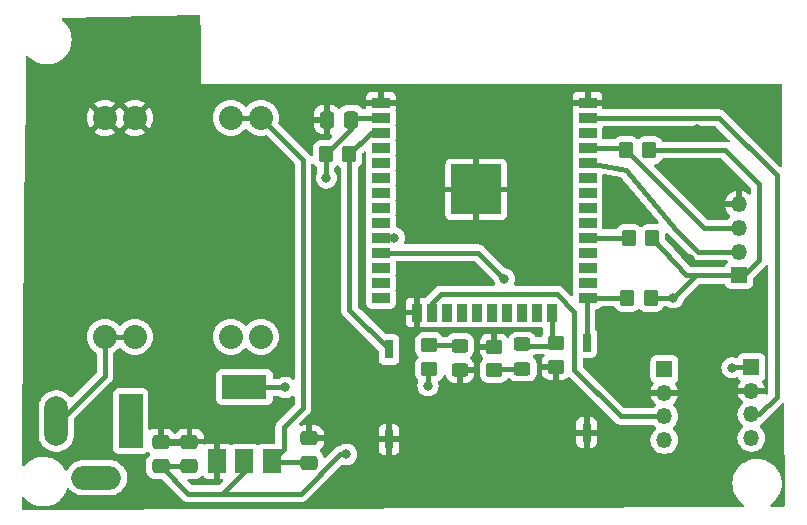
<source format=gbr>
%TF.GenerationSoftware,KiCad,Pcbnew,7.0.1*%
%TF.CreationDate,2023-03-21T16:38:31+01:00*%
%TF.ProjectId,Motordinges,4d6f746f-7264-4696-9e67-65732e6b6963,rev?*%
%TF.SameCoordinates,Original*%
%TF.FileFunction,Copper,L1,Top*%
%TF.FilePolarity,Positive*%
%FSLAX46Y46*%
G04 Gerber Fmt 4.6, Leading zero omitted, Abs format (unit mm)*
G04 Created by KiCad (PCBNEW 7.0.1) date 2023-03-21 16:38:31*
%MOMM*%
%LPD*%
G01*
G04 APERTURE LIST*
G04 Aperture macros list*
%AMRoundRect*
0 Rectangle with rounded corners*
0 $1 Rounding radius*
0 $2 $3 $4 $5 $6 $7 $8 $9 X,Y pos of 4 corners*
0 Add a 4 corners polygon primitive as box body*
4,1,4,$2,$3,$4,$5,$6,$7,$8,$9,$2,$3,0*
0 Add four circle primitives for the rounded corners*
1,1,$1+$1,$2,$3*
1,1,$1+$1,$4,$5*
1,1,$1+$1,$6,$7*
1,1,$1+$1,$8,$9*
0 Add four rect primitives between the rounded corners*
20,1,$1+$1,$2,$3,$4,$5,0*
20,1,$1+$1,$4,$5,$6,$7,0*
20,1,$1+$1,$6,$7,$8,$9,0*
20,1,$1+$1,$8,$9,$2,$3,0*%
G04 Aperture macros list end*
%TA.AperFunction,SMDPad,CuDef*%
%ADD10R,1.500000X0.900000*%
%TD*%
%TA.AperFunction,SMDPad,CuDef*%
%ADD11R,0.900000X1.500000*%
%TD*%
%TA.AperFunction,SMDPad,CuDef*%
%ADD12R,1.050000X1.050000*%
%TD*%
%TA.AperFunction,HeatsinkPad*%
%ADD13C,0.600000*%
%TD*%
%TA.AperFunction,SMDPad,CuDef*%
%ADD14R,4.200000X4.200000*%
%TD*%
%TA.AperFunction,ComponentPad*%
%ADD15R,1.350000X1.350000*%
%TD*%
%TA.AperFunction,ComponentPad*%
%ADD16O,1.350000X1.350000*%
%TD*%
%TA.AperFunction,SMDPad,CuDef*%
%ADD17RoundRect,0.250000X0.337500X0.475000X-0.337500X0.475000X-0.337500X-0.475000X0.337500X-0.475000X0*%
%TD*%
%TA.AperFunction,SMDPad,CuDef*%
%ADD18R,1.500000X2.000000*%
%TD*%
%TA.AperFunction,SMDPad,CuDef*%
%ADD19R,3.800000X2.000000*%
%TD*%
%TA.AperFunction,SMDPad,CuDef*%
%ADD20RoundRect,0.250000X0.475000X-0.337500X0.475000X0.337500X-0.475000X0.337500X-0.475000X-0.337500X0*%
%TD*%
%TA.AperFunction,SMDPad,CuDef*%
%ADD21R,0.760000X1.600000*%
%TD*%
%TA.AperFunction,SMDPad,CuDef*%
%ADD22RoundRect,0.250000X-0.475000X0.337500X-0.475000X-0.337500X0.475000X-0.337500X0.475000X0.337500X0*%
%TD*%
%TA.AperFunction,SMDPad,CuDef*%
%ADD23RoundRect,0.250000X0.450000X-0.325000X0.450000X0.325000X-0.450000X0.325000X-0.450000X-0.325000X0*%
%TD*%
%TA.AperFunction,SMDPad,CuDef*%
%ADD24RoundRect,0.250000X-0.350000X-0.450000X0.350000X-0.450000X0.350000X0.450000X-0.350000X0.450000X0*%
%TD*%
%TA.AperFunction,ComponentPad*%
%ADD25R,2.000000X4.600000*%
%TD*%
%TA.AperFunction,ComponentPad*%
%ADD26O,2.000000X4.200000*%
%TD*%
%TA.AperFunction,ComponentPad*%
%ADD27O,4.200000X2.000000*%
%TD*%
%TA.AperFunction,SMDPad,CuDef*%
%ADD28RoundRect,0.250000X0.450000X-0.350000X0.450000X0.350000X-0.450000X0.350000X-0.450000X-0.350000X0*%
%TD*%
%TA.AperFunction,SMDPad,CuDef*%
%ADD29RoundRect,0.250000X0.350000X0.450000X-0.350000X0.450000X-0.350000X-0.450000X0.350000X-0.450000X0*%
%TD*%
%TA.AperFunction,ComponentPad*%
%ADD30C,2.032000*%
%TD*%
%TA.AperFunction,ViaPad*%
%ADD31C,0.800000*%
%TD*%
%TA.AperFunction,Conductor*%
%ADD32C,0.406400*%
%TD*%
G04 APERTURE END LIST*
D10*
%TO.P,U1,1,GND*%
%TO.N,GND*%
X109220000Y-44450000D03*
%TO.P,U1,2,VDD*%
%TO.N,+3.3V*%
X109220000Y-45720000D03*
%TO.P,U1,3,EN*%
%TO.N,/EN*%
X109220000Y-46990000D03*
%TO.P,U1,4,SENSOR_VP*%
%TO.N,VP*%
X109220000Y-48260000D03*
%TO.P,U1,5,SENSOR_VN*%
%TO.N,VN*%
X109220000Y-49530000D03*
%TO.P,U1,6,IO34*%
%TO.N,A6*%
X109220000Y-50800000D03*
%TO.P,U1,7,IO35*%
%TO.N,A7*%
X109220000Y-52070000D03*
%TO.P,U1,8,IO32*%
%TO.N,A4*%
X109220000Y-53340000D03*
%TO.P,U1,9,IO33*%
%TO.N,A5*%
X109220000Y-54610000D03*
%TO.P,U1,10,IO25*%
%TO.N,A8*%
X109220000Y-55880000D03*
%TO.P,U1,11,IO26*%
%TO.N,A9*%
X109220000Y-57150000D03*
%TO.P,U1,12,IO27*%
%TO.N,GPIO27*%
X109220000Y-58420000D03*
%TO.P,U1,13,IO14*%
%TO.N,GPIO14*%
X109220000Y-59690000D03*
%TO.P,U1,14,IO12*%
%TO.N,GPIO12*%
X109220000Y-60960000D03*
D11*
%TO.P,U1,15,GND*%
%TO.N,GND*%
X112260000Y-62210000D03*
%TO.P,U1,16,IO13*%
%TO.N,GPIO13*%
X113530000Y-62210000D03*
%TO.P,U1,17,SHD/SD2*%
%TO.N,unconnected-(U1-SHD{slash}SD2-Pad17)*%
X114800000Y-62210000D03*
%TO.P,U1,18,SWP/SD3*%
%TO.N,unconnected-(U1-SWP{slash}SD3-Pad18)*%
X116070000Y-62210000D03*
%TO.P,U1,19,SCS/CMD*%
%TO.N,unconnected-(U1-SCS{slash}CMD-Pad19)*%
X117340000Y-62210000D03*
%TO.P,U1,20,SCK/CLK*%
%TO.N,unconnected-(U1-SCK{slash}CLK-Pad20)*%
X118610000Y-62210000D03*
%TO.P,U1,21,SDO/SD0*%
%TO.N,unconnected-(U1-SDO{slash}SD0-Pad21)*%
X119880000Y-62210000D03*
%TO.P,U1,22,SDI/SD1*%
%TO.N,unconnected-(U1-SDI{slash}SD1-Pad22)*%
X121150000Y-62210000D03*
%TO.P,U1,23,IO15*%
%TO.N,GPIO15*%
X122420000Y-62210000D03*
%TO.P,U1,24,IO2*%
%TO.N,GPIO2*%
X123690000Y-62210000D03*
D10*
%TO.P,U1,25,IO0*%
%TO.N,GPIO0*%
X126720000Y-60960000D03*
%TO.P,U1,26,IO4*%
%TO.N,GPIO4*%
X126720000Y-59690000D03*
%TO.P,U1,27,IO16*%
%TO.N,RX2*%
X126720000Y-58420000D03*
%TO.P,U1,28,IO17*%
%TO.N,TX2*%
X126720000Y-57150000D03*
%TO.P,U1,29,IO5*%
%TO.N,GPIO5*%
X126720000Y-55880000D03*
%TO.P,U1,30,IO18*%
%TO.N,GPIO18*%
X126720000Y-54610000D03*
%TO.P,U1,31,IO19*%
%TO.N,GPIO19*%
X126720000Y-53340000D03*
%TO.P,U1,32,NC*%
%TO.N,unconnected-(U1-NC-Pad32)*%
X126720000Y-52070000D03*
%TO.P,U1,33,IO21*%
%TO.N,GPIO21*%
X126720000Y-50800000D03*
%TO.P,U1,34,RXD0/IO3*%
%TO.N,RX0*%
X126720000Y-49530000D03*
%TO.P,U1,35,TXD0/IO1*%
%TO.N,TX0*%
X126720000Y-48260000D03*
%TO.P,U1,36,IO22*%
%TO.N,GPIO22*%
X126720000Y-46990000D03*
%TO.P,U1,37,IO23*%
%TO.N,GPIO23*%
X126720000Y-45720000D03*
%TO.P,U1,38,GND*%
%TO.N,GND*%
X126720000Y-44450000D03*
D12*
%TO.P,U1,39,GND*%
X115765000Y-50265000D03*
D13*
X115765000Y-51027500D03*
D12*
X115765000Y-51790000D03*
D13*
X115765000Y-52552500D03*
D12*
X115765000Y-53315000D03*
D13*
X116527500Y-50265000D03*
X116527500Y-51790000D03*
X116527500Y-53315000D03*
D12*
X117290000Y-50265000D03*
D13*
X117290000Y-51027500D03*
D12*
X117290000Y-51790000D03*
D14*
X117290000Y-51790000D03*
D13*
X117290000Y-52552500D03*
D12*
X117290000Y-53315000D03*
D13*
X118052500Y-50265000D03*
X118052500Y-51790000D03*
X118052500Y-53315000D03*
D12*
X118815000Y-50265000D03*
D13*
X118815000Y-51027500D03*
D12*
X118815000Y-51790000D03*
D13*
X118815000Y-52552500D03*
D12*
X118815000Y-53315000D03*
%TD*%
D15*
%TO.P,J1,1,Pin_1*%
%TO.N,+3.3V*%
X139522200Y-59055000D03*
D16*
%TO.P,J1,2,Pin_2*%
%TO.N,RX0*%
X139522200Y-57055000D03*
%TO.P,J1,3,Pin_3*%
%TO.N,TX0*%
X139522200Y-55055000D03*
%TO.P,J1,4,Pin_4*%
%TO.N,GND*%
X139522200Y-53055000D03*
%TD*%
D17*
%TO.P,C1,1*%
%TO.N,+3.3V*%
X106723000Y-45872400D03*
%TO.P,C1,2*%
%TO.N,GND*%
X104648000Y-45872400D03*
%TD*%
D18*
%TO.P,U3,1,GND*%
%TO.N,GND*%
X95363000Y-74803400D03*
%TO.P,U3,2,VO*%
%TO.N,+3.3V*%
X97663000Y-74803400D03*
D19*
X97663000Y-68503400D03*
D18*
%TO.P,U3,3,VI*%
%TO.N,VDD*%
X99963000Y-74803400D03*
%TD*%
D20*
%TO.P,C2,1*%
%TO.N,VDD*%
X103149400Y-74926100D03*
%TO.P,C2,2*%
%TO.N,GND*%
X103149400Y-72851100D03*
%TD*%
D21*
%TO.P,SW2,1,1*%
%TO.N,GPIO0*%
X126644400Y-64770000D03*
%TO.P,SW2,2,2*%
%TO.N,GND*%
X126644400Y-72390000D03*
%TD*%
D15*
%TO.P,Motor1,1,PWM*%
%TO.N,A8*%
X140589000Y-66827400D03*
D16*
%TO.P,Motor1,2,GND*%
%TO.N,GND*%
X140589000Y-68827400D03*
%TO.P,Motor1,3,DIR*%
%TO.N,GPIO23*%
X140589000Y-70827400D03*
%TO.P,Motor1,4,12V*%
%TO.N,Net-(Motor1-12V)*%
X140589000Y-72827400D03*
%TD*%
D22*
%TO.P,C3,1*%
%TO.N,GND*%
X93014800Y-73130500D03*
%TO.P,C3,2*%
%TO.N,+3.3V*%
X93014800Y-75205500D03*
%TD*%
D23*
%TO.P,D2,1,K*%
%TO.N,GND*%
X115925600Y-67074000D03*
%TO.P,D2,2,A*%
%TO.N,Net-(D2-A)*%
X115925600Y-65024000D03*
%TD*%
D24*
%TO.P,R1,1*%
%TO.N,+3.3V*%
X104546400Y-48818800D03*
%TO.P,R1,2*%
%TO.N,/EN*%
X106546400Y-48818800D03*
%TD*%
D21*
%TO.P,SW1,1,1*%
%TO.N,/EN*%
X109905800Y-65328800D03*
%TO.P,SW1,2,2*%
%TO.N,GND*%
X109905800Y-72948800D03*
%TD*%
D20*
%TO.P,C4,1*%
%TO.N,+3.3V*%
X90576400Y-75205500D03*
%TO.P,C4,2*%
%TO.N,GND*%
X90576400Y-73130500D03*
%TD*%
D25*
%TO.P,J2,1*%
%TO.N,Net-(Motor1-12V)*%
X88036400Y-71399400D03*
D26*
%TO.P,J2,2*%
%TO.N,Net-(J2-Pad2)*%
X81736400Y-71399400D03*
D27*
%TO.P,J2,3*%
%TO.N,N/C*%
X85136400Y-76199400D03*
%TD*%
D23*
%TO.P,D1,1,K*%
%TO.N,Net-(D1-K)*%
X121208800Y-66963400D03*
%TO.P,D1,2,A*%
%TO.N,GPIO2*%
X121208800Y-64913400D03*
%TD*%
D28*
%TO.P,R7,1*%
%TO.N,Net-(D1-K)*%
X118821200Y-67090800D03*
%TO.P,R7,2*%
%TO.N,GND*%
X118821200Y-65090800D03*
%TD*%
D16*
%TO.P,Motor2,4,12V*%
%TO.N,Net-(Motor1-12V)*%
X133223000Y-73005200D03*
%TO.P,Motor2,3,DIR*%
%TO.N,GPIO13*%
X133223000Y-71005200D03*
%TO.P,Motor2,2,GND*%
%TO.N,GND*%
X133223000Y-69005200D03*
D15*
%TO.P,Motor2,1,PWM*%
%TO.N,A9*%
X133223000Y-67005200D03*
%TD*%
D29*
%TO.P,R5,1*%
%TO.N,+3.3V*%
X131962400Y-48463200D03*
%TO.P,R5,2*%
%TO.N,TX0*%
X129962400Y-48463200D03*
%TD*%
%TO.P,R2,1*%
%TO.N,+3.3V*%
X132080000Y-60960000D03*
%TO.P,R2,2*%
%TO.N,GPIO0*%
X130080000Y-60960000D03*
%TD*%
D28*
%TO.P,R3,1*%
%TO.N,GND*%
X124028200Y-66811400D03*
%TO.P,R3,2*%
%TO.N,GPIO2*%
X124028200Y-64811400D03*
%TD*%
D30*
%TO.P,U2,1,IN-*%
%TO.N,Net-(J2-Pad2)*%
X85852000Y-64262000D03*
%TO.P,U2,2,IN-*%
X88392000Y-64262000D03*
%TO.P,U2,3,IN+*%
%TO.N,Net-(Motor1-12V)*%
X96520000Y-64262000D03*
%TO.P,U2,4,IN+*%
X99060000Y-64262000D03*
%TO.P,U2,5,OUT+*%
%TO.N,VDD*%
X99060000Y-45720000D03*
%TO.P,U2,6,OUT+*%
X96520000Y-45720000D03*
%TO.P,U2,7,OUT-*%
%TO.N,GND*%
X88392000Y-45720000D03*
%TO.P,U2,8,OUT-*%
X85852000Y-45720000D03*
%TD*%
D28*
%TO.P,R4,1*%
%TO.N,+3.3V*%
X113334800Y-66979800D03*
%TO.P,R4,2*%
%TO.N,Net-(D2-A)*%
X113334800Y-64979800D03*
%TD*%
D29*
%TO.P,R6,1*%
%TO.N,+3.3V*%
X132216400Y-55905400D03*
%TO.P,R6,2*%
%TO.N,GPIO5*%
X130216400Y-55905400D03*
%TD*%
D31*
%TO.N,GND*%
X84683600Y-72923400D03*
X141427200Y-44983400D03*
X120065800Y-77012800D03*
X133934200Y-77470000D03*
X96697800Y-59105800D03*
X81584800Y-60477400D03*
X82575400Y-53136800D03*
X93827600Y-50571400D03*
X122910600Y-52832000D03*
%TO.N,+3.3V*%
X113207800Y-68402200D03*
X101142800Y-68554600D03*
X104597200Y-50825400D03*
%TO.N,GND*%
X135356600Y-57683400D03*
X136017000Y-46710600D03*
%TO.N,A8*%
X138963400Y-66878200D03*
X110363000Y-55880000D03*
%TO.N,A9*%
X119684800Y-59357200D03*
%TO.N,+3.3V*%
X133959600Y-60960000D03*
X106299000Y-74218800D03*
%TO.N,GND*%
X109702600Y-63119000D03*
X129184400Y-52603400D03*
X84378800Y-40665400D03*
X135966200Y-49860200D03*
X122656600Y-47498000D03*
X117424200Y-63957200D03*
X113055400Y-45440600D03*
X90195400Y-57607200D03*
X98577400Y-71069200D03*
X104673400Y-59817000D03*
X117221000Y-72440800D03*
%TD*%
D32*
%TO.N,GPIO13*%
X129552200Y-71005200D02*
X133223000Y-71005200D01*
X125603000Y-62128400D02*
X125603000Y-67056000D01*
X114325400Y-60629800D02*
X124104400Y-60629800D01*
X125603000Y-67056000D02*
X129552200Y-71005200D01*
X113530000Y-61425200D02*
X114325400Y-60629800D01*
X113530000Y-62210000D02*
X113530000Y-61425200D01*
X124104400Y-60629800D02*
X125603000Y-62128400D01*
%TO.N,VDD*%
X100990400Y-73776000D02*
X99963000Y-74803400D01*
X100990400Y-71932800D02*
X100990400Y-73776000D01*
X102616000Y-70307200D02*
X100990400Y-71932800D01*
X102616000Y-49276000D02*
X102616000Y-70307200D01*
X99060000Y-45720000D02*
X102616000Y-49276000D01*
%TO.N,+3.3V*%
X104597200Y-50825400D02*
X104546400Y-50774600D01*
X104546400Y-50774600D02*
X104546400Y-48818800D01*
X113207800Y-67106800D02*
X113334800Y-66979800D01*
X113207800Y-68402200D02*
X113207800Y-67106800D01*
X101142800Y-68554600D02*
X101167800Y-68503400D01*
X101167800Y-68503400D02*
X101193600Y-68529200D01*
X97663000Y-68503400D02*
X101142800Y-68554600D01*
X92917100Y-77546200D02*
X95808800Y-77546200D01*
X90576400Y-75205500D02*
X92917100Y-77546200D01*
X139954000Y-59055000D02*
X139522200Y-59055000D01*
X141224000Y-51308000D02*
X141224000Y-57785000D01*
X141224000Y-57785000D02*
X139954000Y-59055000D01*
X138379200Y-48463200D02*
X141224000Y-51308000D01*
X131962400Y-48463200D02*
X138379200Y-48463200D01*
X135864600Y-59055000D02*
X139522200Y-59055000D01*
X133959600Y-60960000D02*
X135864600Y-59055000D01*
X90576400Y-75205500D02*
X93014800Y-75205500D01*
%TO.N,Net-(J2-Pad2)*%
X85852000Y-67588600D02*
X82041200Y-71399400D01*
X82041200Y-71399400D02*
X81736400Y-71399400D01*
X85852000Y-64262000D02*
X85852000Y-67588600D01*
%TO.N,GND*%
X92858500Y-73286800D02*
X93014800Y-73130500D01*
X90732700Y-73286800D02*
X92858500Y-73286800D01*
X90576400Y-73130500D02*
X90732700Y-73286800D01*
%TO.N,VDD*%
X103103300Y-74880000D02*
X103149400Y-74926100D01*
X100039600Y-74880000D02*
X103103300Y-74880000D01*
%TO.N,+3.3V*%
X95808800Y-77546200D02*
X97663000Y-75692000D01*
X97663000Y-75692000D02*
X97663000Y-74803400D01*
%TO.N,VDD*%
X99963000Y-74803400D02*
X100039600Y-74880000D01*
%TO.N,+3.3V*%
X102463600Y-77546200D02*
X95808800Y-77546200D01*
X105791000Y-74218800D02*
X102463600Y-77546200D01*
X106299000Y-74218800D02*
X105791000Y-74218800D01*
%TO.N,GPIO23*%
X137854658Y-45720000D02*
X126720000Y-45720000D01*
X142722600Y-50587942D02*
X137854658Y-45720000D01*
X142722600Y-69342000D02*
X142722600Y-50587942D01*
X141237200Y-70827400D02*
X142722600Y-69342000D01*
X140589000Y-70827400D02*
X141237200Y-70827400D01*
%TO.N,A8*%
X139014200Y-66827400D02*
X140589000Y-66827400D01*
X138963400Y-66878200D02*
X139014200Y-66827400D01*
X109220000Y-55880000D02*
X110363000Y-55880000D01*
%TO.N,+3.3V*%
X133959600Y-60960000D02*
X132080000Y-60960000D01*
%TO.N,A9*%
X117477600Y-57150000D02*
X119684800Y-59357200D01*
X109220000Y-57150000D02*
X117477600Y-57150000D01*
%TO.N,GND*%
X118815000Y-51027500D02*
X118052500Y-51790000D01*
X118815000Y-50265000D02*
X118815000Y-51027500D01*
X118815000Y-50265000D02*
X118052500Y-50265000D01*
X116527500Y-50265000D02*
X115765000Y-50265000D01*
X118815000Y-52552500D02*
X118815000Y-53315000D01*
X118052500Y-53315000D02*
X118815000Y-53315000D01*
X115765000Y-53315000D02*
X116527500Y-53315000D01*
%TO.N,+3.3V*%
X137642600Y-59055000D02*
X139522200Y-59055000D01*
X135077200Y-59055000D02*
X137642600Y-59055000D01*
X106723000Y-45872400D02*
X106875400Y-45720000D01*
X106723000Y-46642200D02*
X104546400Y-48818800D01*
X106875400Y-45720000D02*
X109220000Y-45720000D01*
X132216400Y-55905400D02*
X135077200Y-59055000D01*
X106723000Y-45872400D02*
X106723000Y-46642200D01*
%TO.N,GND*%
X115765000Y-50265000D02*
X118052500Y-50265000D01*
%TO.N,VDD*%
X96520000Y-45720000D02*
X99060000Y-45720000D01*
%TO.N,Net-(D1-K)*%
X121208800Y-66963400D02*
X118948600Y-66963400D01*
X118948600Y-66963400D02*
X118821200Y-67090800D01*
%TO.N,GPIO2*%
X123690000Y-65057400D02*
X123672600Y-65074800D01*
X120929400Y-65024000D02*
X123621800Y-65024000D01*
X123690000Y-62210000D02*
X123690000Y-65057400D01*
X123621800Y-65024000D02*
X123672600Y-65074800D01*
%TO.N,Net-(D2-A)*%
X113334800Y-64979800D02*
X115881400Y-64979800D01*
X115881400Y-64979800D02*
X115925600Y-65024000D01*
%TO.N,RX0*%
X129946400Y-50114200D02*
X126720000Y-49530000D01*
X139522200Y-57055000D02*
X136049000Y-57055000D01*
X134239000Y-55245000D02*
X129946400Y-50114200D01*
X136049000Y-57055000D02*
X134239000Y-55245000D01*
%TO.N,TX0*%
X129962400Y-48463200D02*
X136554200Y-55055000D01*
X129759200Y-48260000D02*
X129962400Y-48463200D01*
X126720000Y-48260000D02*
X129759200Y-48260000D01*
X136554200Y-55055000D02*
X139522200Y-55055000D01*
%TO.N,Net-(J2-Pad2)*%
X88392000Y-64262000D02*
X85852000Y-64262000D01*
%TO.N,/EN*%
X109905800Y-65328800D02*
X106546400Y-61969400D01*
X109220000Y-46990000D02*
X108375200Y-46990000D01*
X106546400Y-61969400D02*
X106546400Y-48818800D01*
X108375200Y-46990000D02*
X106546400Y-48818800D01*
%TO.N,GPIO0*%
X130080000Y-60960000D02*
X126720000Y-60960000D01*
X126644400Y-64770000D02*
X126644400Y-61035600D01*
X126644400Y-61035600D02*
X126720000Y-60960000D01*
%TO.N,GPIO5*%
X130191000Y-55880000D02*
X130216400Y-55905400D01*
X126720000Y-55880000D02*
X130191000Y-55880000D01*
%TD*%
%TA.AperFunction,Conductor*%
%TO.N,GND*%
G36*
X93878138Y-37044955D02*
G01*
X93924382Y-37089398D01*
X93942235Y-37151002D01*
X93969974Y-38505791D01*
X93970000Y-38508329D01*
X93970000Y-42900000D01*
X141970000Y-42900000D01*
X141976807Y-42900000D01*
X141992185Y-42889424D01*
X142036054Y-42878852D01*
X142158408Y-42872297D01*
X143035285Y-42825321D01*
X143099761Y-42839462D01*
X143147846Y-42884685D01*
X143165912Y-42948176D01*
X143219281Y-49789116D01*
X143206119Y-49845687D01*
X143168639Y-49890059D01*
X143115065Y-49912495D01*
X143057151Y-49908074D01*
X143007604Y-49877764D01*
X138369924Y-45240084D01*
X138364790Y-45234630D01*
X138324725Y-45189406D01*
X138285769Y-45162517D01*
X138275001Y-45155084D01*
X138268971Y-45150647D01*
X138221384Y-45113364D01*
X138212053Y-45109165D01*
X138192502Y-45098139D01*
X138184084Y-45092328D01*
X138127566Y-45070893D01*
X138120649Y-45068028D01*
X138065549Y-45043230D01*
X138055491Y-45041387D01*
X138033872Y-45035360D01*
X138024301Y-45031730D01*
X137964282Y-45024441D01*
X137956880Y-45023315D01*
X137897458Y-45012425D01*
X137837144Y-45016074D01*
X137829658Y-45016300D01*
X128094000Y-45016300D01*
X128032000Y-44999687D01*
X127986613Y-44954300D01*
X127970000Y-44892300D01*
X127970000Y-44700000D01*
X125470000Y-44700000D01*
X125470000Y-44947824D01*
X125476402Y-45007377D01*
X125488925Y-45040952D01*
X125496743Y-45084285D01*
X125488925Y-45127617D01*
X125475909Y-45162513D01*
X125469500Y-45222130D01*
X125469500Y-46217869D01*
X125475909Y-46277485D01*
X125488658Y-46311666D01*
X125496476Y-46354997D01*
X125488659Y-46398328D01*
X125475909Y-46432513D01*
X125469500Y-46492130D01*
X125469500Y-47487869D01*
X125475909Y-47547485D01*
X125488658Y-47581667D01*
X125496476Y-47624999D01*
X125488659Y-47668330D01*
X125475909Y-47702515D01*
X125475908Y-47702517D01*
X125475909Y-47702517D01*
X125469783Y-47759500D01*
X125469500Y-47762130D01*
X125469500Y-48757869D01*
X125475909Y-48817485D01*
X125488658Y-48851667D01*
X125496476Y-48894999D01*
X125488659Y-48938330D01*
X125475909Y-48972515D01*
X125469500Y-49032130D01*
X125469500Y-50027869D01*
X125475909Y-50087485D01*
X125488658Y-50121666D01*
X125496476Y-50164997D01*
X125488659Y-50208328D01*
X125475909Y-50242513D01*
X125469500Y-50302130D01*
X125469500Y-51297869D01*
X125475909Y-51357485D01*
X125488658Y-51391666D01*
X125496476Y-51434997D01*
X125488659Y-51478328D01*
X125475909Y-51512513D01*
X125469500Y-51572130D01*
X125469500Y-52567869D01*
X125475909Y-52627485D01*
X125488658Y-52661667D01*
X125496476Y-52704999D01*
X125488659Y-52748330D01*
X125475909Y-52782515D01*
X125469500Y-52842130D01*
X125469500Y-53837869D01*
X125475909Y-53897485D01*
X125488658Y-53931666D01*
X125496476Y-53974997D01*
X125488659Y-54018328D01*
X125475909Y-54052513D01*
X125469500Y-54112130D01*
X125469500Y-55107869D01*
X125475909Y-55167485D01*
X125488658Y-55201666D01*
X125496476Y-55244997D01*
X125488659Y-55288328D01*
X125475909Y-55322513D01*
X125469500Y-55382130D01*
X125469500Y-56377869D01*
X125475909Y-56437485D01*
X125488658Y-56471666D01*
X125496476Y-56514997D01*
X125488659Y-56558328D01*
X125475909Y-56592513D01*
X125469500Y-56652130D01*
X125469500Y-57647869D01*
X125475909Y-57707485D01*
X125488658Y-57741667D01*
X125496476Y-57784999D01*
X125488659Y-57828330D01*
X125475909Y-57862515D01*
X125469500Y-57922130D01*
X125469500Y-58917869D01*
X125475909Y-58977485D01*
X125488658Y-59011667D01*
X125496476Y-59054999D01*
X125488659Y-59098330D01*
X125475909Y-59132515D01*
X125469500Y-59192130D01*
X125469500Y-60187869D01*
X125475909Y-60247485D01*
X125488658Y-60281666D01*
X125496476Y-60324997D01*
X125488659Y-60368328D01*
X125475909Y-60402513D01*
X125469500Y-60462131D01*
X125469500Y-60700356D01*
X125455985Y-60756651D01*
X125418385Y-60800674D01*
X125364898Y-60822829D01*
X125307182Y-60818287D01*
X125257819Y-60788037D01*
X124619666Y-60149884D01*
X124614532Y-60144430D01*
X124574467Y-60099206D01*
X124557574Y-60087546D01*
X124524743Y-60064884D01*
X124518713Y-60060447D01*
X124471126Y-60023164D01*
X124461795Y-60018965D01*
X124442244Y-60007939D01*
X124433826Y-60002128D01*
X124377308Y-59980693D01*
X124370391Y-59977828D01*
X124315291Y-59953030D01*
X124305233Y-59951187D01*
X124283614Y-59945160D01*
X124274043Y-59941530D01*
X124214024Y-59934241D01*
X124206622Y-59933115D01*
X124147200Y-59922225D01*
X124086886Y-59925874D01*
X124079400Y-59926100D01*
X120610928Y-59926100D01*
X120548928Y-59909487D01*
X120503541Y-59864100D01*
X120486928Y-59802100D01*
X120503541Y-59740100D01*
X120511979Y-59725484D01*
X120511979Y-59725483D01*
X120570474Y-59545456D01*
X120590260Y-59357200D01*
X120570474Y-59168944D01*
X120533451Y-59054999D01*
X120511979Y-58988915D01*
X120417333Y-58824983D01*
X120290670Y-58684310D01*
X120137532Y-58573049D01*
X120022245Y-58521720D01*
X119964603Y-58496056D01*
X119912225Y-58484922D01*
X119815418Y-58464345D01*
X119782032Y-58452028D01*
X119753519Y-58430736D01*
X117992866Y-56670084D01*
X117987732Y-56664630D01*
X117947667Y-56619406D01*
X117911326Y-56594322D01*
X117897943Y-56585084D01*
X117891913Y-56580647D01*
X117844326Y-56543364D01*
X117834995Y-56539165D01*
X117815444Y-56528139D01*
X117807026Y-56522328D01*
X117750508Y-56500893D01*
X117743591Y-56498028D01*
X117688491Y-56473230D01*
X117678433Y-56471387D01*
X117656814Y-56465360D01*
X117647243Y-56461730D01*
X117587224Y-56454441D01*
X117579822Y-56453315D01*
X117520400Y-56442425D01*
X117460086Y-56446074D01*
X117452600Y-56446300D01*
X111290629Y-56446300D01*
X111228629Y-56429687D01*
X111183242Y-56384300D01*
X111166629Y-56322300D01*
X111183242Y-56260300D01*
X111190179Y-56248284D01*
X111190178Y-56248284D01*
X111248674Y-56068256D01*
X111268460Y-55880000D01*
X111248674Y-55691744D01*
X111190179Y-55511716D01*
X111190179Y-55511715D01*
X111095533Y-55347783D01*
X110968870Y-55207110D01*
X110815730Y-55095848D01*
X110642806Y-55018857D01*
X110642804Y-55018856D01*
X110642803Y-55018856D01*
X110568715Y-55003108D01*
X110518158Y-54979533D01*
X110483049Y-54936177D01*
X110470499Y-54881819D01*
X110470499Y-54112130D01*
X110467969Y-54088595D01*
X110464091Y-54052517D01*
X110451340Y-54018331D01*
X110443523Y-53974999D01*
X110451342Y-53931665D01*
X110464090Y-53897485D01*
X110464089Y-53897485D01*
X110464091Y-53897483D01*
X110470500Y-53837873D01*
X110470499Y-52842128D01*
X110464091Y-52782517D01*
X110451340Y-52748330D01*
X110443523Y-52705000D01*
X110451342Y-52661665D01*
X110464090Y-52627485D01*
X110464089Y-52627485D01*
X110464091Y-52627483D01*
X110470500Y-52567873D01*
X110470499Y-52040000D01*
X114690000Y-52040000D01*
X114690000Y-53937824D01*
X114696402Y-53997375D01*
X114746647Y-54132089D01*
X114832811Y-54247188D01*
X114947910Y-54333352D01*
X115082624Y-54383597D01*
X115142176Y-54390000D01*
X117040000Y-54390000D01*
X117540000Y-54390000D01*
X119437824Y-54390000D01*
X119497375Y-54383597D01*
X119632089Y-54333352D01*
X119747188Y-54247188D01*
X119833352Y-54132089D01*
X119883597Y-53997375D01*
X119890000Y-53937824D01*
X119890000Y-52040000D01*
X119065000Y-52040000D01*
X119065000Y-52448947D01*
X119080872Y-52464819D01*
X119112966Y-52520406D01*
X119112966Y-52584594D01*
X119080872Y-52640181D01*
X119065000Y-52656052D01*
X119065000Y-53441000D01*
X119048387Y-53503000D01*
X119003000Y-53548387D01*
X118941000Y-53565000D01*
X118156052Y-53565000D01*
X118140181Y-53580872D01*
X118084594Y-53612966D01*
X118020406Y-53612966D01*
X117964819Y-53580872D01*
X117948947Y-53565000D01*
X117540000Y-53565000D01*
X117540000Y-54390000D01*
X117040000Y-54390000D01*
X117040000Y-53565000D01*
X116631052Y-53565000D01*
X116615181Y-53580872D01*
X116559594Y-53612966D01*
X116495406Y-53612966D01*
X116439819Y-53580872D01*
X116423947Y-53565000D01*
X115639000Y-53565000D01*
X115577000Y-53548387D01*
X115531613Y-53503000D01*
X115515000Y-53441000D01*
X115515000Y-52656054D01*
X115514999Y-52656052D01*
X115499128Y-52640181D01*
X115467034Y-52584594D01*
X115467034Y-52552500D01*
X116118553Y-52552500D01*
X116527500Y-52961447D01*
X116936447Y-52552500D01*
X117643553Y-52552500D01*
X118052500Y-52961447D01*
X118461447Y-52552500D01*
X118052500Y-52143553D01*
X117643553Y-52552500D01*
X116936447Y-52552500D01*
X116527500Y-52143553D01*
X116118553Y-52552500D01*
X115467034Y-52552500D01*
X115467034Y-52520406D01*
X115499128Y-52464819D01*
X115514999Y-52448947D01*
X115515000Y-52448947D01*
X115515000Y-52040000D01*
X114690000Y-52040000D01*
X110470499Y-52040000D01*
X110470499Y-51572128D01*
X110467045Y-51540000D01*
X114690000Y-51540000D01*
X115515000Y-51540000D01*
X115515000Y-51131054D01*
X115514999Y-51131052D01*
X115499128Y-51115181D01*
X115467034Y-51059594D01*
X115467034Y-51027500D01*
X116118553Y-51027500D01*
X116527500Y-51436447D01*
X116936447Y-51027500D01*
X117643553Y-51027500D01*
X118052500Y-51436447D01*
X118461447Y-51027500D01*
X118052500Y-50618553D01*
X117643553Y-51027500D01*
X116936447Y-51027500D01*
X116527500Y-50618553D01*
X116118553Y-51027500D01*
X115467034Y-51027500D01*
X115467034Y-50995406D01*
X115499128Y-50939819D01*
X115514999Y-50923947D01*
X115515000Y-50923947D01*
X115515000Y-50139000D01*
X115531613Y-50077000D01*
X115577000Y-50031613D01*
X115639000Y-50015000D01*
X116423947Y-50015000D01*
X116423947Y-50014999D01*
X116439819Y-49999128D01*
X116495406Y-49967034D01*
X116559594Y-49967034D01*
X116615181Y-49999128D01*
X116631053Y-50015000D01*
X117040000Y-50015000D01*
X117040000Y-49190000D01*
X117540000Y-49190000D01*
X117540000Y-50015000D01*
X117948947Y-50015000D01*
X117948947Y-50014999D01*
X117964819Y-49999128D01*
X118020406Y-49967034D01*
X118084594Y-49967034D01*
X118140181Y-49999128D01*
X118156053Y-50015000D01*
X118941000Y-50015000D01*
X119003000Y-50031613D01*
X119048387Y-50077000D01*
X119065000Y-50139000D01*
X119065000Y-50923947D01*
X119080872Y-50939819D01*
X119112966Y-50995406D01*
X119112966Y-51059594D01*
X119080872Y-51115181D01*
X119065000Y-51131052D01*
X119065000Y-51540000D01*
X119890000Y-51540000D01*
X119890000Y-49642176D01*
X119883597Y-49582624D01*
X119833352Y-49447910D01*
X119747188Y-49332811D01*
X119632089Y-49246647D01*
X119497375Y-49196402D01*
X119437824Y-49190000D01*
X117540000Y-49190000D01*
X117040000Y-49190000D01*
X115142176Y-49190000D01*
X115082624Y-49196402D01*
X114947910Y-49246647D01*
X114832811Y-49332811D01*
X114746647Y-49447910D01*
X114696402Y-49582624D01*
X114690000Y-49642176D01*
X114690000Y-51540000D01*
X110467045Y-51540000D01*
X110464091Y-51512517D01*
X110451340Y-51478331D01*
X110443523Y-51434999D01*
X110451342Y-51391665D01*
X110464090Y-51357485D01*
X110464089Y-51357485D01*
X110464091Y-51357483D01*
X110470500Y-51297873D01*
X110470499Y-50302128D01*
X110464091Y-50242517D01*
X110451340Y-50208330D01*
X110443523Y-50165000D01*
X110451342Y-50121665D01*
X110464090Y-50087485D01*
X110464089Y-50087485D01*
X110464091Y-50087483D01*
X110470500Y-50027873D01*
X110470499Y-49032128D01*
X110464091Y-48972517D01*
X110451340Y-48938330D01*
X110443523Y-48895000D01*
X110451342Y-48851665D01*
X110464090Y-48817485D01*
X110464089Y-48817485D01*
X110464091Y-48817483D01*
X110470500Y-48757873D01*
X110470499Y-47762128D01*
X110464091Y-47702517D01*
X110451340Y-47668330D01*
X110443523Y-47625000D01*
X110451342Y-47581665D01*
X110464090Y-47547485D01*
X110464089Y-47547485D01*
X110464091Y-47547483D01*
X110470500Y-47487873D01*
X110470499Y-46492128D01*
X110464091Y-46432517D01*
X110451340Y-46398331D01*
X110443523Y-46354999D01*
X110451342Y-46311665D01*
X110464090Y-46277485D01*
X110464089Y-46277485D01*
X110464091Y-46277483D01*
X110470500Y-46217873D01*
X110470499Y-45222128D01*
X110464091Y-45162517D01*
X110451075Y-45127619D01*
X110443256Y-45084284D01*
X110451075Y-45040949D01*
X110463597Y-45007376D01*
X110470000Y-44947824D01*
X110470000Y-44700000D01*
X107970000Y-44700000D01*
X107970000Y-44892300D01*
X107953387Y-44954300D01*
X107908000Y-44999687D01*
X107846000Y-45016300D01*
X107776424Y-45016300D01*
X107715992Y-45000577D01*
X107670885Y-44957396D01*
X107653211Y-44928742D01*
X107529157Y-44804688D01*
X107379834Y-44712586D01*
X107213297Y-44657400D01*
X107110509Y-44646900D01*
X106335491Y-44646900D01*
X106232703Y-44657400D01*
X106066165Y-44712586D01*
X105916842Y-44804688D01*
X105792786Y-44928744D01*
X105790742Y-44932059D01*
X105745635Y-44975237D01*
X105685204Y-44990958D01*
X105624774Y-44975235D01*
X105579668Y-44932056D01*
X105577816Y-44929054D01*
X105453845Y-44805083D01*
X105304622Y-44713042D01*
X105138196Y-44657893D01*
X105035479Y-44647400D01*
X104898000Y-44647400D01*
X104898000Y-47097399D01*
X104973256Y-47097399D01*
X105029551Y-47110914D01*
X105073574Y-47148514D01*
X105095729Y-47202001D01*
X105091187Y-47259717D01*
X105060937Y-47309080D01*
X104788035Y-47581981D01*
X104747807Y-47608861D01*
X104700354Y-47618300D01*
X104146391Y-47618300D01*
X104043603Y-47628800D01*
X103877065Y-47683986D01*
X103727742Y-47776088D01*
X103603688Y-47900142D01*
X103511586Y-48049465D01*
X103456400Y-48216002D01*
X103445900Y-48318791D01*
X103445900Y-48834912D01*
X103430992Y-48893860D01*
X103389854Y-48938634D01*
X103332376Y-48958469D01*
X103272379Y-48948594D01*
X103224290Y-48911386D01*
X103185352Y-48861686D01*
X103180923Y-48855667D01*
X103146595Y-48805934D01*
X103101359Y-48765858D01*
X103095906Y-48760724D01*
X100559426Y-46224244D01*
X100527763Y-46170222D01*
X100526823Y-46122400D01*
X103560501Y-46122400D01*
X103560501Y-46397379D01*
X103570993Y-46500095D01*
X103626142Y-46666522D01*
X103718183Y-46815745D01*
X103842154Y-46939716D01*
X103991377Y-47031757D01*
X104157803Y-47086906D01*
X104260521Y-47097400D01*
X104398000Y-47097400D01*
X104398000Y-46122400D01*
X103560501Y-46122400D01*
X100526823Y-46122400D01*
X100526533Y-46107616D01*
X100534711Y-46073553D01*
X100562461Y-45957966D01*
X100581189Y-45720000D01*
X100573508Y-45622400D01*
X103560500Y-45622400D01*
X104398000Y-45622400D01*
X104398000Y-44647401D01*
X104260521Y-44647401D01*
X104157804Y-44657893D01*
X103991377Y-44713042D01*
X103842154Y-44805083D01*
X103718183Y-44929054D01*
X103626142Y-45078277D01*
X103570993Y-45244703D01*
X103560500Y-45347421D01*
X103560500Y-45622400D01*
X100573508Y-45622400D01*
X100562461Y-45482034D01*
X100506737Y-45249927D01*
X100504573Y-45244703D01*
X100431391Y-45068028D01*
X100415389Y-45029395D01*
X100290668Y-44825868D01*
X100135643Y-44644357D01*
X100026188Y-44550873D01*
X99954135Y-44489334D01*
X99954132Y-44489332D01*
X99750605Y-44364611D01*
X99750602Y-44364610D01*
X99750601Y-44364609D01*
X99530073Y-44273262D01*
X99297967Y-44217539D01*
X99075108Y-44200000D01*
X107970000Y-44200000D01*
X108970000Y-44200000D01*
X108970000Y-43500000D01*
X109470000Y-43500000D01*
X109470000Y-44200000D01*
X110470000Y-44200000D01*
X125470000Y-44200000D01*
X126470000Y-44200000D01*
X126470000Y-43500000D01*
X126970000Y-43500000D01*
X126970000Y-44200000D01*
X127970000Y-44200000D01*
X127970000Y-43952176D01*
X127963597Y-43892624D01*
X127913352Y-43757910D01*
X127827188Y-43642811D01*
X127712089Y-43556647D01*
X127577375Y-43506402D01*
X127517824Y-43500000D01*
X126970000Y-43500000D01*
X126470000Y-43500000D01*
X125922176Y-43500000D01*
X125862624Y-43506402D01*
X125727910Y-43556647D01*
X125612811Y-43642811D01*
X125526647Y-43757910D01*
X125476402Y-43892624D01*
X125470000Y-43952176D01*
X125470000Y-44200000D01*
X110470000Y-44200000D01*
X110470000Y-43952176D01*
X110463597Y-43892624D01*
X110413352Y-43757910D01*
X110327188Y-43642811D01*
X110212089Y-43556647D01*
X110077375Y-43506402D01*
X110017824Y-43500000D01*
X109470000Y-43500000D01*
X108970000Y-43500000D01*
X108422176Y-43500000D01*
X108362624Y-43506402D01*
X108227910Y-43556647D01*
X108112811Y-43642811D01*
X108026647Y-43757910D01*
X107976402Y-43892624D01*
X107970000Y-43952176D01*
X107970000Y-44200000D01*
X99075108Y-44200000D01*
X99060000Y-44198811D01*
X98822032Y-44217539D01*
X98589926Y-44273262D01*
X98369398Y-44364609D01*
X98165864Y-44489334D01*
X97984357Y-44644357D01*
X97884290Y-44761520D01*
X97841914Y-44793598D01*
X97790000Y-44804988D01*
X97738086Y-44793598D01*
X97695710Y-44761520D01*
X97668683Y-44729876D01*
X97595643Y-44644357D01*
X97486188Y-44550873D01*
X97414135Y-44489334D01*
X97414132Y-44489332D01*
X97210605Y-44364611D01*
X97210602Y-44364610D01*
X97210601Y-44364609D01*
X96990073Y-44273262D01*
X96757967Y-44217539D01*
X96520000Y-44198811D01*
X96282032Y-44217539D01*
X96049926Y-44273262D01*
X95829398Y-44364609D01*
X95625864Y-44489334D01*
X95444357Y-44644357D01*
X95289334Y-44825864D01*
X95164609Y-45029398D01*
X95073262Y-45249926D01*
X95017539Y-45482032D01*
X94998811Y-45720000D01*
X95017539Y-45957967D01*
X95073262Y-46190073D01*
X95164517Y-46410379D01*
X95164611Y-46410605D01*
X95219513Y-46500197D01*
X95289334Y-46614135D01*
X95350873Y-46686188D01*
X95444357Y-46795643D01*
X95572510Y-46905096D01*
X95613044Y-46939716D01*
X95625868Y-46950668D01*
X95829395Y-47075389D01*
X95882534Y-47097400D01*
X96049926Y-47166737D01*
X96123254Y-47184341D01*
X96282034Y-47222461D01*
X96520000Y-47241189D01*
X96757966Y-47222461D01*
X96990073Y-47166737D01*
X97210605Y-47075389D01*
X97414132Y-46950668D01*
X97595643Y-46795643D01*
X97695711Y-46678477D01*
X97738086Y-46646401D01*
X97790000Y-46635011D01*
X97841914Y-46646401D01*
X97884288Y-46678477D01*
X97984357Y-46795643D01*
X98112510Y-46905096D01*
X98153044Y-46939716D01*
X98165868Y-46950668D01*
X98369395Y-47075389D01*
X98422534Y-47097400D01*
X98589926Y-47166737D01*
X98663254Y-47184341D01*
X98822034Y-47222461D01*
X99060000Y-47241189D01*
X99297966Y-47222461D01*
X99447616Y-47186533D01*
X99510222Y-47187763D01*
X99564244Y-47219426D01*
X101875981Y-49531163D01*
X101902861Y-49571391D01*
X101912300Y-49618844D01*
X101912300Y-67757231D01*
X101894027Y-67822021D01*
X101844595Y-67867716D01*
X101778571Y-67880849D01*
X101715415Y-67857549D01*
X101595530Y-67770448D01*
X101422602Y-67693455D01*
X101237448Y-67654100D01*
X101237446Y-67654100D01*
X101048154Y-67654100D01*
X101048152Y-67654100D01*
X100862997Y-67693455D01*
X100690070Y-67770448D01*
X100624037Y-67818423D01*
X100588602Y-67836314D01*
X100549329Y-67842091D01*
X100355258Y-67839235D01*
X100185673Y-67836740D01*
X100124449Y-67819528D01*
X100079809Y-67774227D01*
X100063499Y-67712754D01*
X100063499Y-67455530D01*
X100061958Y-67441197D01*
X100057091Y-67395917D01*
X100006796Y-67261069D01*
X99920546Y-67145854D01*
X99805331Y-67059604D01*
X99670483Y-67009309D01*
X99610873Y-67002900D01*
X99610869Y-67002900D01*
X95715130Y-67002900D01*
X95655515Y-67009309D01*
X95520669Y-67059604D01*
X95405454Y-67145854D01*
X95319204Y-67261068D01*
X95268909Y-67395916D01*
X95262500Y-67455530D01*
X95262500Y-69551269D01*
X95268909Y-69610883D01*
X95319204Y-69745731D01*
X95405454Y-69860946D01*
X95520669Y-69947196D01*
X95655517Y-69997491D01*
X95715127Y-70003900D01*
X99610872Y-70003899D01*
X99670483Y-69997491D01*
X99805331Y-69947196D01*
X99920546Y-69860946D01*
X100006796Y-69745731D01*
X100057091Y-69610883D01*
X100063500Y-69551273D01*
X100063499Y-69368332D01*
X100080417Y-69305807D01*
X100126555Y-69260343D01*
X100189321Y-69244346D01*
X100528519Y-69249337D01*
X100565880Y-69255678D01*
X100599577Y-69273004D01*
X100690070Y-69338751D01*
X100690071Y-69338751D01*
X100690072Y-69338752D01*
X100862997Y-69415744D01*
X101048152Y-69455100D01*
X101048154Y-69455100D01*
X101237446Y-69455100D01*
X101237448Y-69455100D01*
X101360883Y-69428862D01*
X101422603Y-69415744D01*
X101595530Y-69338751D01*
X101640874Y-69305807D01*
X101715415Y-69251651D01*
X101778571Y-69228351D01*
X101844595Y-69241484D01*
X101894027Y-69287179D01*
X101912300Y-69351969D01*
X101912300Y-69964356D01*
X101902861Y-70011809D01*
X101875981Y-70052037D01*
X100510490Y-71417526D01*
X100505038Y-71422658D01*
X100459807Y-71462730D01*
X100425482Y-71512458D01*
X100421045Y-71518487D01*
X100383763Y-71566074D01*
X100379562Y-71575410D01*
X100368540Y-71594954D01*
X100362727Y-71603375D01*
X100341298Y-71659877D01*
X100338434Y-71666792D01*
X100313629Y-71721909D01*
X100311785Y-71731972D01*
X100305762Y-71753577D01*
X100302130Y-71763154D01*
X100294841Y-71823177D01*
X100293714Y-71830578D01*
X100282825Y-71889997D01*
X100286474Y-71950314D01*
X100286700Y-71957800D01*
X100286700Y-73178900D01*
X100270087Y-73240900D01*
X100224700Y-73286287D01*
X100162700Y-73302900D01*
X99165130Y-73302900D01*
X99105515Y-73309309D01*
X98970669Y-73359604D01*
X98887311Y-73422006D01*
X98839358Y-73443905D01*
X98786642Y-73443905D01*
X98738689Y-73422006D01*
X98655331Y-73359604D01*
X98520483Y-73309309D01*
X98520482Y-73309308D01*
X98460873Y-73302900D01*
X98460869Y-73302900D01*
X96865130Y-73302900D01*
X96805515Y-73309309D01*
X96670667Y-73359604D01*
X96586892Y-73422318D01*
X96538940Y-73444217D01*
X96486223Y-73444217D01*
X96438271Y-73422318D01*
X96355088Y-73360047D01*
X96220375Y-73309802D01*
X96160824Y-73303400D01*
X95613000Y-73303400D01*
X95613000Y-76303400D01*
X95757055Y-76303400D01*
X95813350Y-76316915D01*
X95857373Y-76354515D01*
X95879528Y-76408002D01*
X95874986Y-76465718D01*
X95844736Y-76515081D01*
X95553637Y-76806181D01*
X95513409Y-76833061D01*
X95465956Y-76842500D01*
X93259944Y-76842500D01*
X93212491Y-76833061D01*
X93172263Y-76806181D01*
X92871262Y-76505180D01*
X92841012Y-76455817D01*
X92836470Y-76398101D01*
X92858625Y-76344614D01*
X92902648Y-76307014D01*
X92958943Y-76293499D01*
X93539809Y-76293499D01*
X93591202Y-76288249D01*
X93642597Y-76282999D01*
X93809134Y-76227814D01*
X93958456Y-76135712D01*
X94016671Y-76077496D01*
X94061017Y-76048998D01*
X94113196Y-76041495D01*
X94163777Y-76056346D01*
X94203618Y-76090868D01*
X94255810Y-76160588D01*
X94370910Y-76246752D01*
X94505624Y-76296997D01*
X94565176Y-76303400D01*
X95113000Y-76303400D01*
X95113000Y-73303400D01*
X94565176Y-73303400D01*
X94505624Y-73309802D01*
X94370906Y-73360049D01*
X94370243Y-73360546D01*
X94316497Y-73383560D01*
X94273723Y-73380500D01*
X90450400Y-73380500D01*
X90388400Y-73363887D01*
X90343013Y-73318500D01*
X90326400Y-73256500D01*
X90326400Y-72043001D01*
X90051421Y-72043001D01*
X89948704Y-72053493D01*
X89782279Y-72108641D01*
X89725996Y-72143358D01*
X89663604Y-72161789D01*
X89600467Y-72146096D01*
X89553966Y-72100598D01*
X89538307Y-72043000D01*
X90826400Y-72043000D01*
X90826400Y-72880500D01*
X92764800Y-72880500D01*
X92764800Y-72043001D01*
X92489821Y-72043001D01*
X92387104Y-72053493D01*
X92220677Y-72108642D01*
X92071454Y-72200683D01*
X91947484Y-72324653D01*
X91901139Y-72399792D01*
X91856032Y-72442972D01*
X91795600Y-72458695D01*
X91735168Y-72442972D01*
X91690061Y-72399792D01*
X91643715Y-72324653D01*
X91519745Y-72200683D01*
X91370522Y-72108642D01*
X91204096Y-72053493D01*
X91101379Y-72043000D01*
X93264800Y-72043000D01*
X93264800Y-72880500D01*
X94239799Y-72880500D01*
X94239799Y-72743021D01*
X94229306Y-72640304D01*
X94174157Y-72473877D01*
X94082116Y-72324654D01*
X93958145Y-72200683D01*
X93808922Y-72108642D01*
X93642496Y-72053493D01*
X93539779Y-72043000D01*
X93264800Y-72043000D01*
X91101379Y-72043000D01*
X90826400Y-72043000D01*
X89538307Y-72043000D01*
X89536899Y-72037821D01*
X89536899Y-69051528D01*
X89530491Y-68991917D01*
X89480196Y-68857069D01*
X89393946Y-68741854D01*
X89278731Y-68655604D01*
X89143883Y-68605309D01*
X89084273Y-68598900D01*
X89084269Y-68598900D01*
X86988530Y-68598900D01*
X86928915Y-68605309D01*
X86794069Y-68655604D01*
X86678854Y-68741854D01*
X86592604Y-68857068D01*
X86542309Y-68991915D01*
X86542309Y-68991917D01*
X86536009Y-69050518D01*
X86535900Y-69051530D01*
X86535900Y-73747269D01*
X86542309Y-73806884D01*
X86557869Y-73848601D01*
X86592604Y-73941731D01*
X86678854Y-74056946D01*
X86794069Y-74143196D01*
X86928917Y-74193491D01*
X86988527Y-74199900D01*
X89084272Y-74199899D01*
X89143883Y-74193491D01*
X89278731Y-74143196D01*
X89393946Y-74056946D01*
X89409110Y-74036689D01*
X89448947Y-74002169D01*
X89499529Y-73987316D01*
X89551709Y-73994818D01*
X89596057Y-74023319D01*
X89633054Y-74060316D01*
X89636056Y-74062168D01*
X89679235Y-74107274D01*
X89694958Y-74167704D01*
X89679237Y-74228135D01*
X89636059Y-74273242D01*
X89632744Y-74275286D01*
X89508688Y-74399342D01*
X89416586Y-74548665D01*
X89361400Y-74715202D01*
X89350900Y-74817990D01*
X89350900Y-75593008D01*
X89361400Y-75695796D01*
X89416586Y-75862334D01*
X89508688Y-76011657D01*
X89632742Y-76135711D01*
X89673075Y-76160588D01*
X89782066Y-76227814D01*
X89893416Y-76264712D01*
X89948602Y-76282999D01*
X89958129Y-76283972D01*
X90051391Y-76293500D01*
X90617855Y-76293499D01*
X90665308Y-76302938D01*
X90705536Y-76329818D01*
X92401824Y-78026106D01*
X92406958Y-78031559D01*
X92447034Y-78076795D01*
X92496784Y-78111134D01*
X92502782Y-78115548D01*
X92550376Y-78152836D01*
X92559713Y-78157038D01*
X92579252Y-78168058D01*
X92587673Y-78173871D01*
X92643669Y-78195107D01*
X92644175Y-78195299D01*
X92651096Y-78198165D01*
X92706210Y-78222971D01*
X92716272Y-78224814D01*
X92737885Y-78230839D01*
X92747457Y-78234470D01*
X92807471Y-78241756D01*
X92814839Y-78242877D01*
X92874300Y-78253774D01*
X92934614Y-78250125D01*
X92942100Y-78249900D01*
X95766237Y-78249900D01*
X95783800Y-78249900D01*
X95791285Y-78250125D01*
X95851600Y-78253774D01*
X95861657Y-78251931D01*
X95884009Y-78249900D01*
X102438600Y-78249900D01*
X102446085Y-78250125D01*
X102506400Y-78253774D01*
X102565858Y-78242877D01*
X102573222Y-78241757D01*
X102633243Y-78234470D01*
X102642808Y-78230841D01*
X102664436Y-78224811D01*
X102674490Y-78222970D01*
X102674491Y-78222969D01*
X102674493Y-78222969D01*
X102729599Y-78198168D01*
X102736513Y-78195303D01*
X102793027Y-78173871D01*
X102801439Y-78168063D01*
X102820994Y-78157034D01*
X102830325Y-78152836D01*
X102877938Y-78115531D01*
X102883910Y-78111137D01*
X102933666Y-78076795D01*
X102973756Y-78031541D01*
X102978859Y-78026121D01*
X105893937Y-75111043D01*
X105946398Y-75079832D01*
X106007397Y-75077436D01*
X106204352Y-75119300D01*
X106204354Y-75119300D01*
X106393646Y-75119300D01*
X106393648Y-75119300D01*
X106517083Y-75093062D01*
X106578803Y-75079944D01*
X106751730Y-75002951D01*
X106904871Y-74891688D01*
X107031533Y-74751016D01*
X107126179Y-74587084D01*
X107184674Y-74407056D01*
X107204460Y-74218800D01*
X107184674Y-74030544D01*
X107126179Y-73850516D01*
X107126179Y-73850515D01*
X107031533Y-73686583D01*
X106904870Y-73545910D01*
X106751730Y-73434648D01*
X106578802Y-73357655D01*
X106393648Y-73318300D01*
X106393646Y-73318300D01*
X106204354Y-73318300D01*
X106204352Y-73318300D01*
X106019197Y-73357655D01*
X105846269Y-73434648D01*
X105761204Y-73496452D01*
X105710667Y-73518104D01*
X105688765Y-73522117D01*
X105681366Y-73523243D01*
X105645851Y-73527555D01*
X105621357Y-73530530D01*
X105621355Y-73530530D01*
X105621352Y-73530531D01*
X105611776Y-73534162D01*
X105590174Y-73540184D01*
X105580110Y-73542028D01*
X105524990Y-73566835D01*
X105518075Y-73569699D01*
X105461571Y-73591129D01*
X105453147Y-73596943D01*
X105433618Y-73607958D01*
X105424274Y-73612164D01*
X105376685Y-73649447D01*
X105370655Y-73653884D01*
X105320932Y-73688205D01*
X105280858Y-73733438D01*
X105275726Y-73738890D01*
X104559917Y-74454699D01*
X104506068Y-74486313D01*
X104443640Y-74487676D01*
X104388463Y-74458441D01*
X104354531Y-74406023D01*
X104309214Y-74269266D01*
X104242567Y-74161214D01*
X104217111Y-74119942D01*
X104093059Y-73995890D01*
X104093056Y-73995888D01*
X104089744Y-73993845D01*
X104046563Y-73948738D01*
X104030840Y-73888304D01*
X104046564Y-73827871D01*
X104089748Y-73782764D01*
X104092748Y-73780913D01*
X104216716Y-73656945D01*
X104308757Y-73507722D01*
X104363906Y-73341296D01*
X104374400Y-73238579D01*
X104374400Y-73198800D01*
X109025800Y-73198800D01*
X109025800Y-73796624D01*
X109032202Y-73856175D01*
X109082447Y-73990889D01*
X109168611Y-74105988D01*
X109283710Y-74192152D01*
X109418424Y-74242397D01*
X109477976Y-74248800D01*
X109655800Y-74248800D01*
X109655800Y-73198800D01*
X110155800Y-73198800D01*
X110155800Y-74248800D01*
X110333624Y-74248800D01*
X110393175Y-74242397D01*
X110527889Y-74192152D01*
X110642988Y-74105988D01*
X110729152Y-73990889D01*
X110779397Y-73856175D01*
X110785800Y-73796624D01*
X110785800Y-73198800D01*
X110155800Y-73198800D01*
X109655800Y-73198800D01*
X109025800Y-73198800D01*
X104374400Y-73198800D01*
X104374400Y-73101100D01*
X103023400Y-73101100D01*
X102961400Y-73084487D01*
X102916013Y-73039100D01*
X102899400Y-72977100D01*
X102899400Y-72698800D01*
X109025800Y-72698800D01*
X109655800Y-72698800D01*
X109655800Y-71648800D01*
X110155800Y-71648800D01*
X110155800Y-72698800D01*
X110785800Y-72698800D01*
X110785800Y-72640000D01*
X125764400Y-72640000D01*
X125764400Y-73237824D01*
X125770802Y-73297375D01*
X125821047Y-73432089D01*
X125907211Y-73547188D01*
X126022310Y-73633352D01*
X126157024Y-73683597D01*
X126216576Y-73690000D01*
X126394400Y-73690000D01*
X126394400Y-72640000D01*
X126894400Y-72640000D01*
X126894400Y-73690000D01*
X127072224Y-73690000D01*
X127131775Y-73683597D01*
X127266489Y-73633352D01*
X127381588Y-73547188D01*
X127467752Y-73432089D01*
X127517997Y-73297375D01*
X127524400Y-73237824D01*
X127524400Y-72640000D01*
X126894400Y-72640000D01*
X126394400Y-72640000D01*
X125764400Y-72640000D01*
X110785800Y-72640000D01*
X110785800Y-72140000D01*
X125764400Y-72140000D01*
X126394400Y-72140000D01*
X126394400Y-71090000D01*
X126894400Y-71090000D01*
X126894400Y-72140000D01*
X127524400Y-72140000D01*
X127524400Y-71542176D01*
X127517997Y-71482624D01*
X127467752Y-71347910D01*
X127381588Y-71232811D01*
X127266489Y-71146647D01*
X127131775Y-71096402D01*
X127072224Y-71090000D01*
X126894400Y-71090000D01*
X126394400Y-71090000D01*
X126216576Y-71090000D01*
X126157024Y-71096402D01*
X126022310Y-71146647D01*
X125907211Y-71232811D01*
X125821047Y-71347910D01*
X125770802Y-71482624D01*
X125764400Y-71542176D01*
X125764400Y-72140000D01*
X110785800Y-72140000D01*
X110785800Y-72100976D01*
X110779397Y-72041424D01*
X110729152Y-71906710D01*
X110642988Y-71791611D01*
X110527889Y-71705447D01*
X110393175Y-71655202D01*
X110333624Y-71648800D01*
X110155800Y-71648800D01*
X109655800Y-71648800D01*
X109477976Y-71648800D01*
X109418424Y-71655202D01*
X109283710Y-71705447D01*
X109168611Y-71791611D01*
X109082447Y-71906710D01*
X109032202Y-72041424D01*
X109025800Y-72100976D01*
X109025800Y-72698800D01*
X102899400Y-72698800D01*
X102899400Y-71763601D01*
X102624421Y-71763601D01*
X102521703Y-71774093D01*
X102453886Y-71796566D01*
X102388397Y-71799998D01*
X102330315Y-71769548D01*
X102326646Y-71763600D01*
X103399400Y-71763600D01*
X103399400Y-72601100D01*
X104374399Y-72601100D01*
X104374399Y-72463621D01*
X104363906Y-72360904D01*
X104308757Y-72194477D01*
X104216716Y-72045254D01*
X104092745Y-71921283D01*
X103943522Y-71829242D01*
X103777096Y-71774093D01*
X103674379Y-71763600D01*
X103399400Y-71763600D01*
X102326646Y-71763600D01*
X102295887Y-71713732D01*
X102294743Y-71648162D01*
X102327201Y-71591180D01*
X103095922Y-70822458D01*
X103101360Y-70817340D01*
X103146595Y-70777266D01*
X103180944Y-70727500D01*
X103185334Y-70721534D01*
X103222636Y-70673924D01*
X103226833Y-70664598D01*
X103237858Y-70645047D01*
X103243671Y-70636627D01*
X103265108Y-70580097D01*
X103267958Y-70573218D01*
X103292771Y-70518090D01*
X103294613Y-70508035D01*
X103300640Y-70486413D01*
X103304270Y-70476843D01*
X103311557Y-70416822D01*
X103312682Y-70409433D01*
X103323574Y-70350002D01*
X103319926Y-70289686D01*
X103319700Y-70282200D01*
X103319700Y-67379808D01*
X112134300Y-67379808D01*
X112144800Y-67482596D01*
X112199986Y-67649134D01*
X112292086Y-67798454D01*
X112292087Y-67798455D01*
X112292088Y-67798456D01*
X112367120Y-67873488D01*
X112395959Y-67918756D01*
X112402966Y-67971973D01*
X112386827Y-68023165D01*
X112380621Y-68033914D01*
X112322126Y-68213942D01*
X112302340Y-68402200D01*
X112322126Y-68590457D01*
X112380620Y-68770484D01*
X112475266Y-68934416D01*
X112601929Y-69075089D01*
X112755069Y-69186351D01*
X112927997Y-69263344D01*
X113113152Y-69302700D01*
X113113154Y-69302700D01*
X113302446Y-69302700D01*
X113302448Y-69302700D01*
X113442146Y-69273006D01*
X113487603Y-69263344D01*
X113660530Y-69186351D01*
X113813671Y-69075088D01*
X113940333Y-68934416D01*
X114034979Y-68770484D01*
X114093474Y-68590456D01*
X114113260Y-68402200D01*
X114093474Y-68213944D01*
X114071416Y-68146059D01*
X114066393Y-68091676D01*
X114085223Y-68040409D01*
X114124248Y-68002207D01*
X114253456Y-67922512D01*
X114377512Y-67798456D01*
X114469614Y-67649134D01*
X114501292Y-67553534D01*
X114534429Y-67501852D01*
X114588299Y-67472400D01*
X114649694Y-67472400D01*
X114703564Y-67501852D01*
X114736703Y-67553536D01*
X114791242Y-67718122D01*
X114883283Y-67867345D01*
X115007254Y-67991316D01*
X115156477Y-68083357D01*
X115322903Y-68138506D01*
X115425621Y-68149000D01*
X115675600Y-68149000D01*
X115675600Y-67324000D01*
X116175600Y-67324000D01*
X116175600Y-68148999D01*
X116425579Y-68148999D01*
X116528295Y-68138506D01*
X116694722Y-68083357D01*
X116843945Y-67991316D01*
X116967916Y-67867345D01*
X117059957Y-67718122D01*
X117115106Y-67551696D01*
X117125600Y-67448979D01*
X117125600Y-67324000D01*
X116175600Y-67324000D01*
X115675600Y-67324000D01*
X115675600Y-66948000D01*
X115692213Y-66886000D01*
X115737600Y-66840613D01*
X115799600Y-66824000D01*
X117125599Y-66824000D01*
X117125599Y-66699021D01*
X117115106Y-66596304D01*
X117059957Y-66429877D01*
X116967916Y-66280654D01*
X116843944Y-66156682D01*
X116840943Y-66154831D01*
X116797761Y-66109723D01*
X116782040Y-66049289D01*
X116797766Y-65988856D01*
X116840947Y-65943752D01*
X116844256Y-65941712D01*
X116968312Y-65817656D01*
X117060414Y-65668334D01*
X117115599Y-65501797D01*
X117126100Y-65399009D01*
X117126099Y-64840800D01*
X117621200Y-64840800D01*
X118571200Y-64840800D01*
X118571200Y-63990801D01*
X118321221Y-63990801D01*
X118218504Y-64001293D01*
X118052077Y-64056442D01*
X117902854Y-64148483D01*
X117778883Y-64272454D01*
X117686842Y-64421677D01*
X117631693Y-64588103D01*
X117621200Y-64690821D01*
X117621200Y-64840800D01*
X117126099Y-64840800D01*
X117126099Y-64648992D01*
X117115599Y-64546203D01*
X117060414Y-64379666D01*
X116990712Y-64266661D01*
X116968311Y-64230342D01*
X116844257Y-64106288D01*
X116694934Y-64014186D01*
X116528397Y-63959000D01*
X116425609Y-63948500D01*
X115425591Y-63948500D01*
X115322803Y-63959000D01*
X115156265Y-64014186D01*
X115006945Y-64106286D01*
X114971167Y-64142065D01*
X114882888Y-64230344D01*
X114882886Y-64230346D01*
X114873452Y-64239781D01*
X114833223Y-64266661D01*
X114785770Y-64276100D01*
X114517624Y-64276100D01*
X114457192Y-64260377D01*
X114412085Y-64217196D01*
X114377511Y-64161142D01*
X114253457Y-64037088D01*
X114104134Y-63944986D01*
X113937597Y-63889800D01*
X113834809Y-63879300D01*
X112834791Y-63879300D01*
X112732003Y-63889800D01*
X112565465Y-63944986D01*
X112416142Y-64037088D01*
X112292088Y-64161142D01*
X112199986Y-64310465D01*
X112144800Y-64477002D01*
X112134300Y-64579790D01*
X112134300Y-65379808D01*
X112144800Y-65482596D01*
X112199986Y-65649134D01*
X112292086Y-65798454D01*
X112292087Y-65798455D01*
X112292088Y-65798456D01*
X112385751Y-65892119D01*
X112417844Y-65947705D01*
X112417844Y-66011892D01*
X112385751Y-66067480D01*
X112292087Y-66161144D01*
X112199986Y-66310465D01*
X112144800Y-66477002D01*
X112134300Y-66579790D01*
X112134300Y-67379808D01*
X103319700Y-67379808D01*
X103319700Y-49714276D01*
X103335954Y-49652902D01*
X103380455Y-49607617D01*
X103441536Y-49590295D01*
X103503185Y-49605476D01*
X103549239Y-49649180D01*
X103603688Y-49737457D01*
X103727742Y-49861511D01*
X103783796Y-49896085D01*
X103826977Y-49941192D01*
X103842700Y-50001624D01*
X103842700Y-50298006D01*
X103826087Y-50360006D01*
X103770020Y-50457115D01*
X103711526Y-50637142D01*
X103691740Y-50825400D01*
X103711526Y-51013657D01*
X103770020Y-51193684D01*
X103864666Y-51357616D01*
X103991329Y-51498289D01*
X104144469Y-51609551D01*
X104317397Y-51686544D01*
X104502552Y-51725900D01*
X104502554Y-51725900D01*
X104691846Y-51725900D01*
X104691848Y-51725900D01*
X104815283Y-51699662D01*
X104877003Y-51686544D01*
X105049930Y-51609551D01*
X105145659Y-51540000D01*
X105203070Y-51498289D01*
X105329733Y-51357616D01*
X105424379Y-51193684D01*
X105455758Y-51097110D01*
X105482874Y-51013656D01*
X105502660Y-50825400D01*
X105482874Y-50637144D01*
X105424379Y-50457116D01*
X105424379Y-50457115D01*
X105329733Y-50293183D01*
X105281951Y-50240117D01*
X105258336Y-50201582D01*
X105250100Y-50157144D01*
X105250100Y-50001624D01*
X105265823Y-49941192D01*
X105309004Y-49896085D01*
X105365054Y-49861513D01*
X105365053Y-49861513D01*
X105365056Y-49861512D01*
X105458720Y-49767847D01*
X105514306Y-49735755D01*
X105578494Y-49735755D01*
X105634079Y-49767847D01*
X105711919Y-49845687D01*
X105727745Y-49861513D01*
X105783796Y-49896085D01*
X105826977Y-49941192D01*
X105842700Y-50001624D01*
X105842700Y-61944400D01*
X105842474Y-61951886D01*
X105838825Y-62012200D01*
X105849715Y-62071622D01*
X105850842Y-62079025D01*
X105858130Y-62139042D01*
X105861760Y-62148614D01*
X105867787Y-62170233D01*
X105869630Y-62180291D01*
X105894428Y-62235391D01*
X105897293Y-62242308D01*
X105918728Y-62298826D01*
X105924539Y-62307244D01*
X105935565Y-62326795D01*
X105939764Y-62336126D01*
X105977047Y-62383713D01*
X105981484Y-62389743D01*
X106004985Y-62423791D01*
X106015806Y-62439467D01*
X106061030Y-62479532D01*
X106066484Y-62484666D01*
X108988981Y-65407163D01*
X109015861Y-65447391D01*
X109025300Y-65494844D01*
X109025300Y-66176669D01*
X109031709Y-66236284D01*
X109036922Y-66250261D01*
X109082004Y-66371131D01*
X109168254Y-66486346D01*
X109283469Y-66572596D01*
X109418317Y-66622891D01*
X109477927Y-66629300D01*
X110333672Y-66629299D01*
X110393283Y-66622891D01*
X110528131Y-66572596D01*
X110643346Y-66486346D01*
X110729596Y-66371131D01*
X110779891Y-66236283D01*
X110786300Y-66176673D01*
X110786299Y-64480928D01*
X110779891Y-64421317D01*
X110729596Y-64286469D01*
X110643346Y-64171254D01*
X110528131Y-64085004D01*
X110393283Y-64034709D01*
X110333673Y-64028300D01*
X110333669Y-64028300D01*
X109651844Y-64028300D01*
X109604391Y-64018861D01*
X109564163Y-63991981D01*
X108032182Y-62460000D01*
X111310000Y-62460000D01*
X111310000Y-63007824D01*
X111316402Y-63067375D01*
X111366647Y-63202089D01*
X111452811Y-63317188D01*
X111567910Y-63403352D01*
X111702624Y-63453597D01*
X111762176Y-63460000D01*
X112010000Y-63460000D01*
X112010000Y-62460000D01*
X111310000Y-62460000D01*
X108032182Y-62460000D01*
X107532182Y-61960000D01*
X111310000Y-61960000D01*
X112010000Y-61960000D01*
X112010000Y-60960000D01*
X111762176Y-60960000D01*
X111702624Y-60966402D01*
X111567910Y-61016647D01*
X111452811Y-61102811D01*
X111366647Y-61217910D01*
X111316402Y-61352624D01*
X111310000Y-61412176D01*
X111310000Y-61960000D01*
X107532182Y-61960000D01*
X107286419Y-61714237D01*
X107259539Y-61674009D01*
X107250100Y-61626556D01*
X107250100Y-50001624D01*
X107265823Y-49941192D01*
X107309004Y-49896085D01*
X107338707Y-49877764D01*
X107365056Y-49861512D01*
X107489112Y-49737456D01*
X107581214Y-49588134D01*
X107636399Y-49421597D01*
X107646900Y-49318809D01*
X107646899Y-48764842D01*
X107656338Y-48717390D01*
X107683215Y-48677165D01*
X107757821Y-48602559D01*
X107807182Y-48572311D01*
X107864897Y-48567769D01*
X107918385Y-48589923D01*
X107955984Y-48633946D01*
X107969500Y-48690240D01*
X107969500Y-48757868D01*
X107975909Y-48817485D01*
X107988658Y-48851667D01*
X107996476Y-48894999D01*
X107988659Y-48938330D01*
X107975909Y-48972515D01*
X107969500Y-49032130D01*
X107969500Y-50027869D01*
X107975909Y-50087485D01*
X107988658Y-50121667D01*
X107996476Y-50164999D01*
X107988659Y-50208330D01*
X107975909Y-50242515D01*
X107969500Y-50302130D01*
X107969500Y-51297869D01*
X107975909Y-51357485D01*
X107988658Y-51391666D01*
X107996476Y-51434997D01*
X107988659Y-51478328D01*
X107975909Y-51512513D01*
X107969500Y-51572130D01*
X107969500Y-52567869D01*
X107975909Y-52627485D01*
X107988658Y-52661667D01*
X107996476Y-52704999D01*
X107988659Y-52748330D01*
X107975909Y-52782515D01*
X107969500Y-52842130D01*
X107969500Y-53837869D01*
X107975909Y-53897485D01*
X107988658Y-53931666D01*
X107996476Y-53974997D01*
X107988659Y-54018328D01*
X107975909Y-54052513D01*
X107969500Y-54112130D01*
X107969500Y-55107869D01*
X107975909Y-55167485D01*
X107988658Y-55201666D01*
X107996476Y-55244997D01*
X107988659Y-55288328D01*
X107975909Y-55322513D01*
X107969500Y-55382130D01*
X107969500Y-56377869D01*
X107975909Y-56437485D01*
X107988658Y-56471666D01*
X107996476Y-56514997D01*
X107988659Y-56558328D01*
X107975909Y-56592513D01*
X107969500Y-56652130D01*
X107969500Y-57647869D01*
X107975909Y-57707485D01*
X107988658Y-57741667D01*
X107996476Y-57784999D01*
X107988659Y-57828330D01*
X107975909Y-57862515D01*
X107969500Y-57922130D01*
X107969500Y-58917869D01*
X107975909Y-58977485D01*
X107988658Y-59011667D01*
X107996476Y-59054999D01*
X107988659Y-59098330D01*
X107975909Y-59132515D01*
X107969500Y-59192130D01*
X107969500Y-60187869D01*
X107975909Y-60247485D01*
X107988658Y-60281666D01*
X107996476Y-60324997D01*
X107988659Y-60368328D01*
X107975909Y-60402513D01*
X107969500Y-60462130D01*
X107969500Y-61457869D01*
X107973193Y-61492216D01*
X107975909Y-61517483D01*
X108026204Y-61652331D01*
X108112454Y-61767546D01*
X108227669Y-61853796D01*
X108362517Y-61904091D01*
X108422127Y-61910500D01*
X110017872Y-61910499D01*
X110077483Y-61904091D01*
X110212331Y-61853796D01*
X110327546Y-61767546D01*
X110413796Y-61652331D01*
X110464091Y-61517483D01*
X110470500Y-61457873D01*
X110470499Y-60462128D01*
X110464091Y-60402517D01*
X110451340Y-60368331D01*
X110443523Y-60324999D01*
X110451342Y-60281665D01*
X110464090Y-60247485D01*
X110464089Y-60247485D01*
X110464091Y-60247483D01*
X110470500Y-60187873D01*
X110470499Y-59192128D01*
X110464091Y-59132517D01*
X110451340Y-59098330D01*
X110443523Y-59055000D01*
X110451342Y-59011665D01*
X110464090Y-58977485D01*
X110464089Y-58977485D01*
X110464091Y-58977483D01*
X110470500Y-58917873D01*
X110470499Y-57977699D01*
X110487112Y-57915700D01*
X110532499Y-57870313D01*
X110594499Y-57853700D01*
X117134756Y-57853700D01*
X117182209Y-57863139D01*
X117222437Y-57890019D01*
X118758827Y-59426410D01*
X118783066Y-59460707D01*
X118794467Y-59501128D01*
X118799126Y-59545457D01*
X118857620Y-59725484D01*
X118866059Y-59740100D01*
X118882672Y-59802100D01*
X118866059Y-59864100D01*
X118820672Y-59909487D01*
X118758672Y-59926100D01*
X114350395Y-59926100D01*
X114342908Y-59925874D01*
X114282597Y-59922225D01*
X114223171Y-59933116D01*
X114215768Y-59934243D01*
X114155752Y-59941530D01*
X114146176Y-59945162D01*
X114124574Y-59951184D01*
X114114510Y-59953028D01*
X114059390Y-59977835D01*
X114052475Y-59980699D01*
X113995971Y-60002129D01*
X113987547Y-60007943D01*
X113968018Y-60018958D01*
X113958674Y-60023164D01*
X113911085Y-60060447D01*
X113905055Y-60064884D01*
X113855332Y-60099205D01*
X113815258Y-60144438D01*
X113810126Y-60149890D01*
X113050090Y-60909926D01*
X113044639Y-60915058D01*
X113015224Y-60941119D01*
X112976326Y-60964488D01*
X112937617Y-60978925D01*
X112894284Y-60986743D01*
X112850952Y-60978925D01*
X112817377Y-60966402D01*
X112757824Y-60960000D01*
X112510000Y-60960000D01*
X112510000Y-63460000D01*
X112757824Y-63460000D01*
X112817376Y-63453597D01*
X112850949Y-63441075D01*
X112894284Y-63433256D01*
X112937618Y-63441074D01*
X112961953Y-63450151D01*
X112971192Y-63453597D01*
X112972517Y-63454091D01*
X113032127Y-63460500D01*
X114027872Y-63460499D01*
X114087483Y-63454091D01*
X114121664Y-63441341D01*
X114164998Y-63433523D01*
X114208332Y-63441341D01*
X114242517Y-63454091D01*
X114302127Y-63460500D01*
X115297872Y-63460499D01*
X115357483Y-63454091D01*
X115391664Y-63441341D01*
X115434998Y-63433523D01*
X115478332Y-63441341D01*
X115512517Y-63454091D01*
X115572127Y-63460500D01*
X116567872Y-63460499D01*
X116627483Y-63454091D01*
X116661664Y-63441341D01*
X116704998Y-63433523D01*
X116748332Y-63441341D01*
X116782517Y-63454091D01*
X116842127Y-63460500D01*
X117837872Y-63460499D01*
X117897483Y-63454091D01*
X117931664Y-63441341D01*
X117974998Y-63433523D01*
X118018332Y-63441341D01*
X118052517Y-63454091D01*
X118112127Y-63460500D01*
X119107872Y-63460499D01*
X119167483Y-63454091D01*
X119201664Y-63441341D01*
X119244998Y-63433523D01*
X119288332Y-63441341D01*
X119322517Y-63454091D01*
X119382127Y-63460500D01*
X120377872Y-63460499D01*
X120437483Y-63454091D01*
X120471664Y-63441341D01*
X120514998Y-63433523D01*
X120558332Y-63441341D01*
X120592517Y-63454091D01*
X120652127Y-63460500D01*
X121647872Y-63460499D01*
X121707483Y-63454091D01*
X121741664Y-63441341D01*
X121784998Y-63433523D01*
X121828332Y-63441341D01*
X121862517Y-63454091D01*
X121922127Y-63460500D01*
X122862300Y-63460499D01*
X122924300Y-63477112D01*
X122969687Y-63522499D01*
X122986300Y-63584499D01*
X122986300Y-63956261D01*
X122967839Y-64021357D01*
X122893386Y-64142065D01*
X122862490Y-64235304D01*
X122836611Y-64279629D01*
X122794999Y-64309677D01*
X122744784Y-64320300D01*
X122444422Y-64320300D01*
X122383990Y-64304577D01*
X122338883Y-64261396D01*
X122338254Y-64260377D01*
X122307000Y-64209705D01*
X122251511Y-64119742D01*
X122127457Y-63995688D01*
X121978134Y-63903586D01*
X121811597Y-63848400D01*
X121708809Y-63837900D01*
X120708791Y-63837900D01*
X120606003Y-63848400D01*
X120439465Y-63903586D01*
X120290142Y-63995688D01*
X120166088Y-64119742D01*
X120073245Y-64270267D01*
X120028137Y-64313449D01*
X119967705Y-64329171D01*
X119907272Y-64313447D01*
X119874447Y-64282022D01*
X119873766Y-64282704D01*
X119739545Y-64148483D01*
X119590322Y-64056442D01*
X119423896Y-64001293D01*
X119321179Y-63990800D01*
X119071200Y-63990800D01*
X119071200Y-65216800D01*
X119054587Y-65278800D01*
X119009200Y-65324187D01*
X118947200Y-65340800D01*
X117621201Y-65340800D01*
X117621201Y-65490779D01*
X117631693Y-65593495D01*
X117686842Y-65759922D01*
X117778883Y-65909145D01*
X117872503Y-66002765D01*
X117904597Y-66058352D01*
X117904597Y-66122539D01*
X117872504Y-66178127D01*
X117778487Y-66272144D01*
X117686386Y-66421465D01*
X117631200Y-66588002D01*
X117620700Y-66690790D01*
X117620700Y-67490808D01*
X117631200Y-67593596D01*
X117686386Y-67760134D01*
X117778488Y-67909457D01*
X117902542Y-68033511D01*
X117911279Y-68038900D01*
X118051866Y-68125614D01*
X118163216Y-68162512D01*
X118218402Y-68180799D01*
X118228902Y-68181871D01*
X118321191Y-68191300D01*
X119321208Y-68191299D01*
X119423997Y-68180799D01*
X119590534Y-68125614D01*
X119739856Y-68033512D01*
X119863912Y-67909456D01*
X119956014Y-67760134D01*
X119956015Y-67760129D01*
X119956460Y-67759409D01*
X120001565Y-67716229D01*
X120061995Y-67700505D01*
X120122426Y-67716225D01*
X120155123Y-67747523D01*
X120155839Y-67746808D01*
X120290142Y-67881111D01*
X120322235Y-67900906D01*
X120439466Y-67973214D01*
X120537976Y-68005857D01*
X120606002Y-68028399D01*
X120616503Y-68029471D01*
X120708791Y-68038900D01*
X121708808Y-68038899D01*
X121811597Y-68028399D01*
X121978134Y-67973214D01*
X122127456Y-67881112D01*
X122251512Y-67757056D01*
X122343614Y-67607734D01*
X122398799Y-67441197D01*
X122409300Y-67338409D01*
X122409300Y-67061400D01*
X122828201Y-67061400D01*
X122828201Y-67211379D01*
X122838693Y-67314095D01*
X122893842Y-67480522D01*
X122985883Y-67629745D01*
X123109854Y-67753716D01*
X123259077Y-67845757D01*
X123425503Y-67900906D01*
X123528221Y-67911400D01*
X123778200Y-67911400D01*
X123778200Y-67061400D01*
X122828201Y-67061400D01*
X122409300Y-67061400D01*
X122409299Y-66588392D01*
X122407685Y-66572596D01*
X122398799Y-66485603D01*
X122377546Y-66421466D01*
X122343614Y-66319066D01*
X122255785Y-66176672D01*
X122251511Y-66169742D01*
X122127455Y-66045686D01*
X122124616Y-66043935D01*
X122081437Y-65998826D01*
X122065717Y-65938393D01*
X122081443Y-65877962D01*
X122124624Y-65832858D01*
X122127456Y-65831112D01*
X122194551Y-65764016D01*
X122234777Y-65737139D01*
X122282230Y-65727700D01*
X122951876Y-65727700D01*
X123008171Y-65741215D01*
X123052194Y-65778815D01*
X123074349Y-65832302D01*
X123069807Y-65890018D01*
X123039557Y-65939381D01*
X122985883Y-65993054D01*
X122893842Y-66142277D01*
X122838693Y-66308703D01*
X122828200Y-66411421D01*
X122828200Y-66561400D01*
X124154200Y-66561400D01*
X124216200Y-66578013D01*
X124261587Y-66623400D01*
X124278200Y-66685400D01*
X124278200Y-67911399D01*
X124528179Y-67911399D01*
X124630895Y-67900906D01*
X124797322Y-67845757D01*
X124946544Y-67753716D01*
X125038357Y-67661903D01*
X125093945Y-67629808D01*
X125158132Y-67629808D01*
X125213720Y-67661902D01*
X129036924Y-71485106D01*
X129042058Y-71490559D01*
X129082134Y-71535795D01*
X129131867Y-71570123D01*
X129137886Y-71574552D01*
X129185475Y-71611836D01*
X129194803Y-71616034D01*
X129214356Y-71627061D01*
X129222773Y-71632871D01*
X129279292Y-71654307D01*
X129286209Y-71657172D01*
X129307585Y-71666792D01*
X129341310Y-71681970D01*
X129351360Y-71683811D01*
X129372989Y-71689841D01*
X129382557Y-71693470D01*
X129425534Y-71698688D01*
X129442563Y-71700756D01*
X129449969Y-71701883D01*
X129509399Y-71712774D01*
X129569713Y-71709125D01*
X129577199Y-71708900D01*
X132219639Y-71708900D01*
X132274911Y-71721900D01*
X132318592Y-71758173D01*
X132350177Y-71799998D01*
X132350575Y-71800524D01*
X132474572Y-71913563D01*
X132510300Y-71971266D01*
X132510300Y-72039134D01*
X132474572Y-72096837D01*
X132350573Y-72209876D01*
X132219287Y-72383728D01*
X132122181Y-72578742D01*
X132062564Y-72788274D01*
X132042464Y-73005200D01*
X132062564Y-73222125D01*
X132122181Y-73431657D01*
X132219287Y-73626671D01*
X132350573Y-73800523D01*
X132442334Y-73884173D01*
X132511568Y-73947288D01*
X132586756Y-73993842D01*
X132696791Y-74061973D01*
X132854619Y-74123116D01*
X132899931Y-74140670D01*
X133114074Y-74180700D01*
X133331924Y-74180700D01*
X133331926Y-74180700D01*
X133546069Y-74140670D01*
X133681496Y-74088204D01*
X133749208Y-74061973D01*
X133749722Y-74061655D01*
X133934432Y-73947288D01*
X134095427Y-73800522D01*
X134226712Y-73626672D01*
X134323817Y-73431659D01*
X134326564Y-73422006D01*
X134383435Y-73222125D01*
X134387440Y-73178900D01*
X134403536Y-73005200D01*
X134383435Y-72788277D01*
X134383435Y-72788274D01*
X134323818Y-72578742D01*
X134226712Y-72383728D01*
X134095426Y-72209876D01*
X133971427Y-72096837D01*
X133935699Y-72039134D01*
X133935699Y-71971266D01*
X133971427Y-71913563D01*
X134095426Y-71800523D01*
X134095427Y-71800522D01*
X134226712Y-71626672D01*
X134323817Y-71431659D01*
X134323818Y-71431657D01*
X134383435Y-71222125D01*
X134390429Y-71146647D01*
X134403536Y-71005200D01*
X134383435Y-70788277D01*
X134383435Y-70788274D01*
X134323818Y-70578742D01*
X134226712Y-70383728D01*
X134095426Y-70209876D01*
X133971055Y-70096498D01*
X133935327Y-70038795D01*
X133935327Y-69970926D01*
X133971056Y-69913223D01*
X134095055Y-69800184D01*
X134226287Y-69626405D01*
X134323348Y-69431478D01*
X134373505Y-69255200D01*
X132072495Y-69255200D01*
X132122651Y-69431478D01*
X132219712Y-69626405D01*
X132350942Y-69800181D01*
X132474944Y-69913223D01*
X132510672Y-69970926D01*
X132510672Y-70038795D01*
X132474944Y-70096498D01*
X132350574Y-70209875D01*
X132318594Y-70252226D01*
X132274911Y-70288500D01*
X132219639Y-70301500D01*
X129895044Y-70301500D01*
X129847591Y-70292061D01*
X129807363Y-70265181D01*
X127270251Y-67728069D01*
X132047500Y-67728069D01*
X132053909Y-67787684D01*
X132058314Y-67799493D01*
X132104204Y-67922531D01*
X132190454Y-68037746D01*
X132271418Y-68098356D01*
X132276504Y-68102163D01*
X132316250Y-68152777D01*
X132325274Y-68216496D01*
X132301148Y-68276156D01*
X132219712Y-68383995D01*
X132122651Y-68578921D01*
X132072494Y-68755199D01*
X132072495Y-68755200D01*
X134373505Y-68755200D01*
X134373505Y-68755199D01*
X134323348Y-68578921D01*
X134226287Y-68383994D01*
X134144852Y-68276157D01*
X134120725Y-68216496D01*
X134129749Y-68152777D01*
X134169493Y-68102164D01*
X134255546Y-68037746D01*
X134341796Y-67922531D01*
X134392091Y-67787683D01*
X134398500Y-67728073D01*
X134398499Y-66878200D01*
X138057940Y-66878200D01*
X138077726Y-67066457D01*
X138136220Y-67246484D01*
X138230866Y-67410416D01*
X138357529Y-67551089D01*
X138510669Y-67662351D01*
X138683597Y-67739344D01*
X138868752Y-67778700D01*
X138868754Y-67778700D01*
X139058046Y-67778700D01*
X139058048Y-67778700D01*
X139181483Y-67752462D01*
X139243203Y-67739344D01*
X139295120Y-67716229D01*
X139320033Y-67705137D01*
X139374206Y-67694472D01*
X139427638Y-67708381D01*
X139469736Y-67744105D01*
X139470203Y-67744729D01*
X139470204Y-67744731D01*
X139537737Y-67834943D01*
X139556454Y-67859946D01*
X139642504Y-67924363D01*
X139682250Y-67974977D01*
X139691274Y-68038696D01*
X139667148Y-68098356D01*
X139585712Y-68206195D01*
X139488651Y-68401121D01*
X139438494Y-68577399D01*
X139438495Y-68577400D01*
X141739505Y-68577400D01*
X141739505Y-68577399D01*
X141689348Y-68401121D01*
X141592287Y-68206194D01*
X141510852Y-68098357D01*
X141486725Y-68038696D01*
X141495749Y-67974977D01*
X141535493Y-67924364D01*
X141621546Y-67859946D01*
X141707796Y-67744731D01*
X141758091Y-67609883D01*
X141764500Y-67550273D01*
X141764499Y-66104528D01*
X141758091Y-66044917D01*
X141707796Y-65910069D01*
X141621546Y-65794854D01*
X141506331Y-65708604D01*
X141371483Y-65658309D01*
X141311873Y-65651900D01*
X141311869Y-65651900D01*
X139866130Y-65651900D01*
X139806515Y-65658309D01*
X139693410Y-65700495D01*
X139671669Y-65708604D01*
X139556454Y-65794854D01*
X139470204Y-65910069D01*
X139456167Y-65947706D01*
X139449757Y-65964891D01*
X139410535Y-66018784D01*
X139349077Y-66044584D01*
X139283140Y-66034837D01*
X139243200Y-66017054D01*
X139058048Y-65977700D01*
X139058046Y-65977700D01*
X138868754Y-65977700D01*
X138868752Y-65977700D01*
X138683597Y-66017055D01*
X138510669Y-66094048D01*
X138357529Y-66205310D01*
X138230866Y-66345983D01*
X138136220Y-66509915D01*
X138077726Y-66689942D01*
X138057940Y-66878200D01*
X134398499Y-66878200D01*
X134398499Y-66282328D01*
X134392091Y-66222717D01*
X134341796Y-66087869D01*
X134255546Y-65972654D01*
X134140331Y-65886404D01*
X134005483Y-65836109D01*
X133945873Y-65829700D01*
X133945869Y-65829700D01*
X132500130Y-65829700D01*
X132440515Y-65836109D01*
X132305669Y-65886404D01*
X132190454Y-65972654D01*
X132104204Y-66087868D01*
X132053909Y-66222716D01*
X132047500Y-66282330D01*
X132047500Y-67728069D01*
X127270251Y-67728069D01*
X126343019Y-66800837D01*
X126316139Y-66760609D01*
X126306700Y-66713156D01*
X126306700Y-66194500D01*
X126323313Y-66132500D01*
X126368700Y-66087113D01*
X126430700Y-66070500D01*
X127072253Y-66070499D01*
X127072272Y-66070499D01*
X127131883Y-66064091D01*
X127266731Y-66013796D01*
X127381946Y-65927546D01*
X127468196Y-65812331D01*
X127518491Y-65677483D01*
X127524900Y-65617873D01*
X127524899Y-63922128D01*
X127518491Y-63862517D01*
X127468196Y-63727669D01*
X127381946Y-63612454D01*
X127381945Y-63612453D01*
X127372833Y-63600281D01*
X127354446Y-63565129D01*
X127348100Y-63525970D01*
X127348100Y-62034499D01*
X127364713Y-61972499D01*
X127410100Y-61927112D01*
X127472100Y-61910499D01*
X127517870Y-61910499D01*
X127517872Y-61910499D01*
X127577483Y-61904091D01*
X127712331Y-61853796D01*
X127827546Y-61767546D01*
X127868087Y-61713389D01*
X127911851Y-61676816D01*
X127967355Y-61663700D01*
X128935496Y-61663700D01*
X128995928Y-61679423D01*
X129041035Y-61722604D01*
X129137288Y-61878657D01*
X129261342Y-62002711D01*
X129312879Y-62034499D01*
X129410666Y-62094814D01*
X129522017Y-62131712D01*
X129577202Y-62149999D01*
X129587702Y-62151071D01*
X129679991Y-62160500D01*
X130480008Y-62160499D01*
X130582797Y-62149999D01*
X130749334Y-62094814D01*
X130898656Y-62002712D01*
X130992320Y-61909047D01*
X131047906Y-61876955D01*
X131112094Y-61876955D01*
X131167679Y-61909047D01*
X131218632Y-61960000D01*
X131261345Y-62002713D01*
X131312879Y-62034499D01*
X131410666Y-62094814D01*
X131522017Y-62131712D01*
X131577202Y-62149999D01*
X131587702Y-62151071D01*
X131679991Y-62160500D01*
X132480008Y-62160499D01*
X132582797Y-62149999D01*
X132749334Y-62094814D01*
X132898656Y-62002712D01*
X133022712Y-61878656D01*
X133114814Y-61729334D01*
X133114814Y-61729333D01*
X133118965Y-61722604D01*
X133164072Y-61679423D01*
X133224504Y-61663700D01*
X133355848Y-61663700D01*
X133394166Y-61669769D01*
X133428732Y-61687381D01*
X133506870Y-61744151D01*
X133506871Y-61744151D01*
X133506872Y-61744152D01*
X133679797Y-61821144D01*
X133864952Y-61860500D01*
X133864954Y-61860500D01*
X134054246Y-61860500D01*
X134054248Y-61860500D01*
X134177683Y-61834262D01*
X134239403Y-61821144D01*
X134412330Y-61744151D01*
X134453503Y-61714237D01*
X134565470Y-61632889D01*
X134692133Y-61492216D01*
X134786779Y-61328284D01*
X134845274Y-61148257D01*
X134849932Y-61103930D01*
X134861332Y-61063507D01*
X134885569Y-61029211D01*
X136119762Y-59795019D01*
X136159991Y-59768139D01*
X136207444Y-59758700D01*
X137600037Y-59758700D01*
X137685163Y-59758700D01*
X138237630Y-59758700D01*
X138286443Y-59768712D01*
X138327373Y-59797130D01*
X138353811Y-59839365D01*
X138403404Y-59972331D01*
X138489654Y-60087546D01*
X138604869Y-60173796D01*
X138739717Y-60224091D01*
X138799327Y-60230500D01*
X140245072Y-60230499D01*
X140304683Y-60224091D01*
X140439531Y-60173796D01*
X140554746Y-60087546D01*
X140640996Y-59972331D01*
X140691291Y-59837483D01*
X140697700Y-59777873D01*
X140697699Y-59357842D01*
X140707138Y-59310390D01*
X140734015Y-59270165D01*
X141703922Y-58300258D01*
X141709360Y-58295140D01*
X141754595Y-58255066D01*
X141788947Y-58205296D01*
X141793346Y-58199320D01*
X141797305Y-58194267D01*
X141845396Y-58157070D01*
X141905390Y-58147205D01*
X141962862Y-58167043D01*
X142003995Y-58211816D01*
X142018900Y-58270760D01*
X142018900Y-68999156D01*
X142009461Y-69046610D01*
X141982582Y-69086835D01*
X141961866Y-69107552D01*
X141948909Y-69120509D01*
X141887755Y-69153956D01*
X141818220Y-69149128D01*
X141762274Y-69107552D01*
X141739505Y-69077400D01*
X139438495Y-69077400D01*
X139488651Y-69253678D01*
X139585712Y-69448605D01*
X139716942Y-69622381D01*
X139840944Y-69735423D01*
X139876672Y-69793126D01*
X139876672Y-69860995D01*
X139840944Y-69918698D01*
X139716573Y-70032076D01*
X139585287Y-70205928D01*
X139488181Y-70400942D01*
X139428564Y-70610474D01*
X139408464Y-70827399D01*
X139428564Y-71044325D01*
X139488181Y-71253857D01*
X139585287Y-71448871D01*
X139716573Y-71622723D01*
X139840572Y-71735763D01*
X139876300Y-71793466D01*
X139876300Y-71861334D01*
X139840572Y-71919037D01*
X139716573Y-72032076D01*
X139585287Y-72205928D01*
X139488181Y-72400942D01*
X139428564Y-72610474D01*
X139408464Y-72827399D01*
X139428564Y-73044325D01*
X139488181Y-73253857D01*
X139585287Y-73448871D01*
X139716573Y-73622723D01*
X139853195Y-73747269D01*
X139877568Y-73769488D01*
X139937965Y-73806884D01*
X140062791Y-73884173D01*
X140229445Y-73948735D01*
X140265931Y-73962870D01*
X140480074Y-74002900D01*
X140697924Y-74002900D01*
X140697926Y-74002900D01*
X140912069Y-73962870D01*
X141064581Y-73903786D01*
X141115208Y-73884173D01*
X141115210Y-73884172D01*
X141300432Y-73769488D01*
X141461427Y-73622722D01*
X141592712Y-73448872D01*
X141689817Y-73253859D01*
X141689818Y-73253857D01*
X141749435Y-73044325D01*
X141755664Y-72977100D01*
X141769536Y-72827400D01*
X141749435Y-72610477D01*
X141749435Y-72610474D01*
X141689818Y-72400942D01*
X141592712Y-72205928D01*
X141461426Y-72032076D01*
X141337427Y-71919037D01*
X141301699Y-71861334D01*
X141301699Y-71793466D01*
X141337427Y-71735763D01*
X141461425Y-71622724D01*
X141466479Y-71616032D01*
X141592712Y-71448872D01*
X141592714Y-71448866D01*
X141594153Y-71446962D01*
X141616632Y-71424080D01*
X141618447Y-71422658D01*
X141651522Y-71396743D01*
X141657510Y-71392337D01*
X141707266Y-71357995D01*
X141747356Y-71312741D01*
X141752459Y-71307321D01*
X143165134Y-69894646D01*
X143214311Y-69864458D01*
X143271829Y-69859796D01*
X143325228Y-69881671D01*
X143362944Y-69925346D01*
X143376809Y-69981362D01*
X143443329Y-78507998D01*
X143427138Y-78570236D01*
X143381949Y-78615994D01*
X143319918Y-78632964D01*
X142319127Y-78637683D01*
X142257438Y-78621584D01*
X142211902Y-78576961D01*
X142194557Y-78515611D01*
X142209987Y-78453752D01*
X142254114Y-78407736D01*
X142278756Y-78392751D01*
X142500378Y-78212448D01*
X142695385Y-78003647D01*
X142698005Y-77999936D01*
X142860141Y-77770240D01*
X142861726Y-77767182D01*
X142991585Y-77516567D01*
X143029417Y-77410115D01*
X143087261Y-77247361D01*
X143145387Y-76967640D01*
X143145388Y-76967636D01*
X143164885Y-76682600D01*
X143145388Y-76397564D01*
X143134385Y-76344614D01*
X143087261Y-76117838D01*
X142991586Y-75848636D01*
X142991585Y-75848633D01*
X142860143Y-75594963D01*
X142860141Y-75594959D01*
X142695386Y-75361553D01*
X142500378Y-75152752D01*
X142449113Y-75111045D01*
X142278756Y-74972449D01*
X142034647Y-74824003D01*
X141772598Y-74710179D01*
X141570709Y-74653612D01*
X141497488Y-74633097D01*
X141214451Y-74594195D01*
X140928749Y-74594195D01*
X140645711Y-74633097D01*
X140508282Y-74671603D01*
X140370602Y-74710179D01*
X140370600Y-74710179D01*
X140370599Y-74710180D01*
X140108552Y-74824003D01*
X139864445Y-74972448D01*
X139642821Y-75152752D01*
X139447813Y-75361553D01*
X139283058Y-75594959D01*
X139151613Y-75848636D01*
X139055938Y-76117838D01*
X138997812Y-76397559D01*
X138978314Y-76682600D01*
X138997812Y-76967640D01*
X139055938Y-77247361D01*
X139151613Y-77516563D01*
X139283058Y-77770240D01*
X139447813Y-78003646D01*
X139629485Y-78198168D01*
X139642822Y-78212448D01*
X139864444Y-78392751D01*
X139908272Y-78419403D01*
X139952285Y-78465214D01*
X139967835Y-78526810D01*
X139950840Y-78588024D01*
X139905760Y-78632786D01*
X139844429Y-78649350D01*
X78927154Y-78936584D01*
X78864544Y-78919958D01*
X78818862Y-78874027D01*
X78802575Y-78811331D01*
X78811411Y-77939777D01*
X78825773Y-77883099D01*
X78864514Y-77839301D01*
X78919018Y-77818126D01*
X78977167Y-77824282D01*
X79026028Y-77856401D01*
X79103896Y-77939777D01*
X79216222Y-78060048D01*
X79437844Y-78240351D01*
X79681953Y-78388797D01*
X79944002Y-78502621D01*
X80219109Y-78579702D01*
X80502149Y-78618605D01*
X80787851Y-78618605D01*
X81070891Y-78579702D01*
X81345998Y-78502621D01*
X81608047Y-78388797D01*
X81852156Y-78240351D01*
X82073778Y-78060048D01*
X82255903Y-77865039D01*
X82268786Y-77851246D01*
X82433541Y-77617840D01*
X82482386Y-77523574D01*
X82564985Y-77364167D01*
X82638621Y-77156973D01*
X82676088Y-77103232D01*
X82735711Y-77076082D01*
X82800847Y-77083104D01*
X82853312Y-77122335D01*
X82928662Y-77219144D01*
X83111615Y-77387564D01*
X83319793Y-77523573D01*
X83547519Y-77623463D01*
X83788579Y-77684508D01*
X83862880Y-77690664D01*
X83974327Y-77699900D01*
X83974333Y-77699900D01*
X86298467Y-77699900D01*
X86298473Y-77699900D01*
X86399787Y-77691504D01*
X86484221Y-77684508D01*
X86725281Y-77623463D01*
X86953007Y-77523573D01*
X87161185Y-77387564D01*
X87344138Y-77219144D01*
X87496874Y-77022909D01*
X87615228Y-76804210D01*
X87695971Y-76569014D01*
X87736900Y-76323735D01*
X87736900Y-76075065D01*
X87695971Y-75829786D01*
X87615228Y-75594590D01*
X87496874Y-75375891D01*
X87496871Y-75375887D01*
X87496870Y-75375885D01*
X87364112Y-75205319D01*
X87344138Y-75179656D01*
X87161185Y-75011236D01*
X86953007Y-74875227D01*
X86953004Y-74875225D01*
X86822520Y-74817990D01*
X86725281Y-74775337D01*
X86484221Y-74714292D01*
X86484219Y-74714291D01*
X86484216Y-74714291D01*
X86298473Y-74698900D01*
X86298467Y-74698900D01*
X83974333Y-74698900D01*
X83974327Y-74698900D01*
X83788583Y-74714291D01*
X83788579Y-74714291D01*
X83788579Y-74714292D01*
X83547519Y-74775337D01*
X83547516Y-74775338D01*
X83547517Y-74775338D01*
X83319795Y-74875225D01*
X83181007Y-74965899D01*
X83111615Y-75011236D01*
X82966800Y-75144548D01*
X82928659Y-75179659D01*
X82775926Y-75375890D01*
X82694801Y-75525794D01*
X82648741Y-75573583D01*
X82584632Y-75590771D01*
X82520843Y-75572433D01*
X82475649Y-75523824D01*
X82433541Y-75442558D01*
X82268786Y-75209153D01*
X82073778Y-75000352D01*
X81852156Y-74820049D01*
X81608047Y-74671603D01*
X81345998Y-74557779D01*
X81095796Y-74487676D01*
X81070888Y-74480697D01*
X80787851Y-74441795D01*
X80502149Y-74441795D01*
X80219111Y-74480697D01*
X80017220Y-74537264D01*
X79944002Y-74557779D01*
X79944000Y-74557779D01*
X79943999Y-74557780D01*
X79681952Y-74671603D01*
X79437845Y-74820048D01*
X79216221Y-75000352D01*
X79054949Y-75173032D01*
X79005614Y-75205319D01*
X78946943Y-75211171D01*
X78892203Y-75189262D01*
X78853769Y-75144548D01*
X78840332Y-75087138D01*
X78840406Y-75079819D01*
X78865938Y-72561473D01*
X80235900Y-72561473D01*
X80251291Y-72747216D01*
X80251291Y-72747219D01*
X80251292Y-72747221D01*
X80312337Y-72988281D01*
X80336920Y-73044325D01*
X80412225Y-73216004D01*
X80412227Y-73216007D01*
X80548236Y-73424185D01*
X80716656Y-73607138D01*
X80750336Y-73633352D01*
X80912885Y-73759870D01*
X80912887Y-73759871D01*
X80912891Y-73759874D01*
X81131590Y-73878228D01*
X81366786Y-73958971D01*
X81612065Y-73999900D01*
X81860735Y-73999900D01*
X82106014Y-73958971D01*
X82341210Y-73878228D01*
X82559909Y-73759874D01*
X82756144Y-73607138D01*
X82924564Y-73424185D01*
X83060573Y-73216007D01*
X83160463Y-72988281D01*
X83221508Y-72747221D01*
X83236900Y-72561467D01*
X83236900Y-71250244D01*
X83246339Y-71202791D01*
X83273219Y-71162563D01*
X84034841Y-70400941D01*
X86331921Y-68103859D01*
X86337341Y-68098756D01*
X86382595Y-68058666D01*
X86416937Y-68008910D01*
X86421331Y-68002938D01*
X86458636Y-67955325D01*
X86462834Y-67945994D01*
X86473864Y-67926439D01*
X86475297Y-67924363D01*
X86479671Y-67918027D01*
X86501103Y-67861513D01*
X86503968Y-67854599D01*
X86528769Y-67799493D01*
X86528960Y-67798454D01*
X86530611Y-67789436D01*
X86536643Y-67767804D01*
X86540270Y-67758243D01*
X86547557Y-67698222D01*
X86548677Y-67690858D01*
X86559574Y-67631400D01*
X86555925Y-67571085D01*
X86555700Y-67563600D01*
X86555700Y-65678808D01*
X86571511Y-65618219D01*
X86614910Y-65573081D01*
X86660891Y-65544902D01*
X86746132Y-65492668D01*
X86927643Y-65337643D01*
X87027711Y-65220477D01*
X87070086Y-65188401D01*
X87122000Y-65177011D01*
X87173914Y-65188401D01*
X87216288Y-65220477D01*
X87316357Y-65337643D01*
X87497868Y-65492668D01*
X87701395Y-65617389D01*
X87703399Y-65618219D01*
X87921926Y-65708737D01*
X87995254Y-65726341D01*
X88154034Y-65764461D01*
X88392000Y-65783189D01*
X88629966Y-65764461D01*
X88862073Y-65708737D01*
X89082605Y-65617389D01*
X89286132Y-65492668D01*
X89467643Y-65337643D01*
X89622668Y-65156132D01*
X89747389Y-64952605D01*
X89838737Y-64732073D01*
X89894461Y-64499966D01*
X89913189Y-64262000D01*
X94998811Y-64262000D01*
X95017539Y-64499967D01*
X95073262Y-64732073D01*
X95164609Y-64952601D01*
X95289334Y-65156135D01*
X95350873Y-65228188D01*
X95444357Y-65337643D01*
X95625868Y-65492668D01*
X95829395Y-65617389D01*
X95831399Y-65618219D01*
X96049926Y-65708737D01*
X96123254Y-65726341D01*
X96282034Y-65764461D01*
X96520000Y-65783189D01*
X96757966Y-65764461D01*
X96990073Y-65708737D01*
X97210605Y-65617389D01*
X97414132Y-65492668D01*
X97595643Y-65337643D01*
X97695711Y-65220477D01*
X97738086Y-65188401D01*
X97790000Y-65177011D01*
X97841914Y-65188401D01*
X97884288Y-65220477D01*
X97984357Y-65337643D01*
X98165868Y-65492668D01*
X98369395Y-65617389D01*
X98371399Y-65618219D01*
X98589926Y-65708737D01*
X98663254Y-65726341D01*
X98822034Y-65764461D01*
X99060000Y-65783189D01*
X99297966Y-65764461D01*
X99530073Y-65708737D01*
X99750605Y-65617389D01*
X99954132Y-65492668D01*
X100135643Y-65337643D01*
X100290668Y-65156132D01*
X100415389Y-64952605D01*
X100506737Y-64732073D01*
X100562461Y-64499966D01*
X100581189Y-64262000D01*
X100562461Y-64024034D01*
X100520295Y-63848400D01*
X100506737Y-63791926D01*
X100415390Y-63571398D01*
X100415389Y-63571395D01*
X100290668Y-63367868D01*
X100135643Y-63186357D01*
X100026188Y-63092873D01*
X99954135Y-63031334D01*
X99915850Y-63007873D01*
X99750605Y-62906611D01*
X99750602Y-62906610D01*
X99750601Y-62906609D01*
X99530073Y-62815262D01*
X99297967Y-62759539D01*
X99060000Y-62740811D01*
X98822032Y-62759539D01*
X98589926Y-62815262D01*
X98369398Y-62906609D01*
X98165864Y-63031334D01*
X97984357Y-63186357D01*
X97884290Y-63303520D01*
X97841914Y-63335598D01*
X97790000Y-63346988D01*
X97738086Y-63335598D01*
X97695710Y-63303520D01*
X97668683Y-63271876D01*
X97595643Y-63186357D01*
X97486188Y-63092873D01*
X97414135Y-63031334D01*
X97375850Y-63007873D01*
X97210605Y-62906611D01*
X97210602Y-62906610D01*
X97210601Y-62906609D01*
X96990073Y-62815262D01*
X96757967Y-62759539D01*
X96520000Y-62740811D01*
X96282032Y-62759539D01*
X96049926Y-62815262D01*
X95829398Y-62906609D01*
X95625864Y-63031334D01*
X95444357Y-63186357D01*
X95289334Y-63367864D01*
X95164609Y-63571398D01*
X95073262Y-63791926D01*
X95017539Y-64024032D01*
X94998811Y-64262000D01*
X89913189Y-64262000D01*
X89894461Y-64024034D01*
X89852295Y-63848400D01*
X89838737Y-63791926D01*
X89747390Y-63571398D01*
X89747389Y-63571395D01*
X89622668Y-63367868D01*
X89467643Y-63186357D01*
X89358188Y-63092873D01*
X89286135Y-63031334D01*
X89247850Y-63007873D01*
X89082605Y-62906611D01*
X89082602Y-62906610D01*
X89082601Y-62906609D01*
X88862073Y-62815262D01*
X88629967Y-62759539D01*
X88392000Y-62740811D01*
X88154032Y-62759539D01*
X87921926Y-62815262D01*
X87701398Y-62906609D01*
X87497864Y-63031334D01*
X87316357Y-63186357D01*
X87216290Y-63303520D01*
X87173914Y-63335598D01*
X87122000Y-63346988D01*
X87070086Y-63335598D01*
X87027710Y-63303520D01*
X87000683Y-63271876D01*
X86927643Y-63186357D01*
X86818188Y-63092873D01*
X86746135Y-63031334D01*
X86707850Y-63007873D01*
X86542605Y-62906611D01*
X86542602Y-62906610D01*
X86542601Y-62906609D01*
X86322073Y-62815262D01*
X86089967Y-62759539D01*
X85852000Y-62740811D01*
X85614032Y-62759539D01*
X85381926Y-62815262D01*
X85161398Y-62906609D01*
X84957864Y-63031334D01*
X84776357Y-63186357D01*
X84621334Y-63367864D01*
X84496609Y-63571398D01*
X84405262Y-63791926D01*
X84349539Y-64024032D01*
X84330811Y-64262000D01*
X84349539Y-64499967D01*
X84405262Y-64732073D01*
X84496609Y-64952601D01*
X84621334Y-65156135D01*
X84682873Y-65228188D01*
X84776357Y-65337643D01*
X84957868Y-65492668D01*
X85020989Y-65531348D01*
X85089090Y-65573081D01*
X85132489Y-65618219D01*
X85148300Y-65678808D01*
X85148300Y-67245756D01*
X85138861Y-67293209D01*
X85111981Y-67333437D01*
X83086041Y-69359375D01*
X83028800Y-69391900D01*
X82962978Y-69390539D01*
X82907130Y-69355677D01*
X82903717Y-69351969D01*
X82756144Y-69191662D01*
X82734012Y-69174436D01*
X82559914Y-69038929D01*
X82559910Y-69038926D01*
X82559909Y-69038926D01*
X82341210Y-68920572D01*
X82341206Y-68920570D01*
X82341205Y-68920570D01*
X82106015Y-68839829D01*
X81860735Y-68798900D01*
X81612065Y-68798900D01*
X81366784Y-68839829D01*
X81131594Y-68920570D01*
X80912885Y-69038929D01*
X80716659Y-69191659D01*
X80716656Y-69191661D01*
X80716656Y-69191662D01*
X80548236Y-69374615D01*
X80536943Y-69391900D01*
X80412225Y-69582795D01*
X80329835Y-69770628D01*
X80312337Y-69810519D01*
X80264989Y-69997490D01*
X80251291Y-70051583D01*
X80235900Y-70237327D01*
X80235900Y-72561473D01*
X78865938Y-72561473D01*
X79125527Y-46956769D01*
X84968782Y-46956769D01*
X85161620Y-47074941D01*
X85382081Y-47166260D01*
X85614110Y-47221965D01*
X85852000Y-47240687D01*
X86089889Y-47221965D01*
X86321918Y-47166260D01*
X86542379Y-47074942D01*
X86735215Y-46956770D01*
X86735216Y-46956769D01*
X87508782Y-46956769D01*
X87701620Y-47074941D01*
X87922081Y-47166260D01*
X88154110Y-47221965D01*
X88392000Y-47240687D01*
X88629889Y-47221965D01*
X88861918Y-47166260D01*
X89082379Y-47074942D01*
X89275215Y-46956770D01*
X89275216Y-46956769D01*
X88392001Y-46073553D01*
X88392000Y-46073553D01*
X87508782Y-46956769D01*
X86735216Y-46956769D01*
X85852001Y-46073553D01*
X85852000Y-46073553D01*
X84968782Y-46956769D01*
X79125527Y-46956769D01*
X79138066Y-45720000D01*
X84331312Y-45720000D01*
X84350034Y-45957889D01*
X84405739Y-46189918D01*
X84497058Y-46410379D01*
X84615229Y-46603216D01*
X85498446Y-45720001D01*
X86205553Y-45720001D01*
X87088769Y-46603215D01*
X87107426Y-46601007D01*
X87136576Y-46601008D01*
X87155229Y-46603216D01*
X88038446Y-45720001D01*
X88745553Y-45720001D01*
X89628769Y-46603216D01*
X89628770Y-46603215D01*
X89746942Y-46410379D01*
X89838260Y-46189918D01*
X89893965Y-45957889D01*
X89912687Y-45720000D01*
X89893965Y-45482110D01*
X89838260Y-45250081D01*
X89746941Y-45029620D01*
X89628769Y-44836782D01*
X88745553Y-45720000D01*
X88745553Y-45720001D01*
X88038446Y-45720001D01*
X88038446Y-45720000D01*
X87155229Y-44836782D01*
X87136574Y-44838991D01*
X87107427Y-44838991D01*
X87088769Y-44836783D01*
X86205553Y-45720000D01*
X86205553Y-45720001D01*
X85498446Y-45720001D01*
X85498446Y-45720000D01*
X84615229Y-44836782D01*
X84497055Y-45029622D01*
X84405740Y-45250078D01*
X84350034Y-45482110D01*
X84331312Y-45720000D01*
X79138066Y-45720000D01*
X79150605Y-44483229D01*
X84968782Y-44483229D01*
X85852000Y-45366446D01*
X85852001Y-45366446D01*
X86735216Y-44483229D01*
X87508782Y-44483229D01*
X88392000Y-45366446D01*
X88392001Y-45366446D01*
X89275216Y-44483229D01*
X89082379Y-44365058D01*
X88861918Y-44273739D01*
X88629889Y-44218034D01*
X88392000Y-44199312D01*
X88154110Y-44218034D01*
X87922078Y-44273740D01*
X87701622Y-44365055D01*
X87508782Y-44483229D01*
X86735216Y-44483229D01*
X86542379Y-44365058D01*
X86321918Y-44273739D01*
X86089889Y-44218034D01*
X85852000Y-44199312D01*
X85614110Y-44218034D01*
X85382078Y-44273740D01*
X85161622Y-44365055D01*
X84968782Y-44483229D01*
X79150605Y-44483229D01*
X79171800Y-42392600D01*
X79153554Y-40568054D01*
X79166996Y-40510656D01*
X79205432Y-40465948D01*
X79260171Y-40444044D01*
X79318838Y-40449898D01*
X79368170Y-40482184D01*
X79521022Y-40645848D01*
X79742644Y-40826151D01*
X79986753Y-40974597D01*
X80248802Y-41088421D01*
X80523909Y-41165502D01*
X80806949Y-41204405D01*
X81092651Y-41204405D01*
X81375691Y-41165502D01*
X81650798Y-41088421D01*
X81912847Y-40974597D01*
X82156956Y-40826151D01*
X82378578Y-40645848D01*
X82573585Y-40437047D01*
X82576205Y-40433336D01*
X82738341Y-40203640D01*
X82739926Y-40200582D01*
X82869785Y-39949967D01*
X82907617Y-39843515D01*
X82965461Y-39680761D01*
X83023587Y-39401040D01*
X83023588Y-39401036D01*
X83043085Y-39116000D01*
X83023588Y-38830964D01*
X82976251Y-38603165D01*
X82965461Y-38551238D01*
X82869786Y-38282036D01*
X82869785Y-38282033D01*
X82738343Y-38028363D01*
X82738341Y-38028359D01*
X82573586Y-37794953D01*
X82378578Y-37586152D01*
X82237378Y-37471277D01*
X82201420Y-37423373D01*
X82192112Y-37364202D01*
X82211626Y-37307572D01*
X82255409Y-37266696D01*
X82313238Y-37251113D01*
X93815873Y-37029563D01*
X93878138Y-37044955D01*
G37*
%TD.AperFunction*%
%TA.AperFunction,Conductor*%
G36*
X133487484Y-55466042D02*
G01*
X133536002Y-55501390D01*
X133602573Y-55580959D01*
X133690769Y-55686377D01*
X133693254Y-55689446D01*
X133711312Y-55712494D01*
X133711314Y-55712496D01*
X133711315Y-55712497D01*
X133715424Y-55716606D01*
X133722844Y-55724715D01*
X133726591Y-55729193D01*
X133737733Y-55739641D01*
X133747954Y-55749226D01*
X133750814Y-55751996D01*
X135533724Y-57534906D01*
X135538858Y-57540359D01*
X135578934Y-57585595D01*
X135628684Y-57619934D01*
X135634682Y-57624348D01*
X135682276Y-57661636D01*
X135691613Y-57665838D01*
X135711152Y-57676858D01*
X135719573Y-57682671D01*
X135775569Y-57703907D01*
X135776075Y-57704099D01*
X135782996Y-57706965D01*
X135838110Y-57731771D01*
X135848172Y-57733614D01*
X135869785Y-57739639D01*
X135879357Y-57743270D01*
X135939371Y-57750556D01*
X135946739Y-57751677D01*
X136006200Y-57762574D01*
X136066514Y-57758925D01*
X136074000Y-57758700D01*
X138469427Y-57758700D01*
X138528854Y-57773868D01*
X138573742Y-57815660D01*
X138593111Y-57873854D01*
X138582221Y-57934211D01*
X138543738Y-57981967D01*
X138489654Y-58022454D01*
X138403404Y-58137669D01*
X138353811Y-58270634D01*
X138327372Y-58312870D01*
X138286442Y-58341288D01*
X138237629Y-58351300D01*
X137685163Y-58351300D01*
X135889600Y-58351300D01*
X135882114Y-58351074D01*
X135821800Y-58347425D01*
X135813369Y-58348970D01*
X135811741Y-58349269D01*
X135789392Y-58351300D01*
X135443561Y-58351300D01*
X135393372Y-58340689D01*
X135351773Y-58310672D01*
X135342329Y-58300275D01*
X133349110Y-56105838D01*
X133325232Y-56067156D01*
X133316899Y-56022467D01*
X133316899Y-55580959D01*
X133331430Y-55522713D01*
X133371619Y-55478118D01*
X133428045Y-55457627D01*
X133487484Y-55466042D01*
G37*
%TD.AperFunction*%
%TA.AperFunction,Conductor*%
G36*
X129526036Y-50753227D02*
G01*
X129566263Y-50768043D01*
X129599043Y-50795673D01*
X129752063Y-50978573D01*
X132699321Y-54501332D01*
X132727173Y-54564848D01*
X132716560Y-54633386D01*
X132670803Y-54685505D01*
X132604216Y-54704900D01*
X131816391Y-54704900D01*
X131713603Y-54715400D01*
X131547065Y-54770586D01*
X131397742Y-54862688D01*
X131304081Y-54956350D01*
X131248494Y-54988444D01*
X131184306Y-54988444D01*
X131128719Y-54956350D01*
X131035057Y-54862688D01*
X130885734Y-54770586D01*
X130719197Y-54715400D01*
X130616409Y-54704900D01*
X129816391Y-54704900D01*
X129713603Y-54715400D01*
X129547065Y-54770586D01*
X129397742Y-54862688D01*
X129273688Y-54986742D01*
X129233253Y-55052300D01*
X129195012Y-55114300D01*
X129193102Y-55117396D01*
X129147995Y-55160577D01*
X129087563Y-55176300D01*
X128094500Y-55176300D01*
X128032500Y-55159687D01*
X127987113Y-55114300D01*
X127970500Y-55052300D01*
X127970499Y-54112130D01*
X127967969Y-54088595D01*
X127964091Y-54052517D01*
X127951340Y-54018331D01*
X127943523Y-53975000D01*
X127951342Y-53931665D01*
X127964090Y-53897485D01*
X127964089Y-53897485D01*
X127964091Y-53897483D01*
X127970500Y-53837873D01*
X127970499Y-52842128D01*
X127964091Y-52782517D01*
X127951340Y-52748330D01*
X127943523Y-52705000D01*
X127951342Y-52661665D01*
X127964090Y-52627485D01*
X127964089Y-52627485D01*
X127964091Y-52627483D01*
X127970500Y-52567873D01*
X127970499Y-51572128D01*
X127964091Y-51512517D01*
X127951340Y-51478331D01*
X127943523Y-51434999D01*
X127951342Y-51391665D01*
X127964090Y-51357485D01*
X127964089Y-51357485D01*
X127964091Y-51357483D01*
X127970500Y-51297873D01*
X127970499Y-50620035D01*
X127982177Y-50567502D01*
X128015012Y-50524864D01*
X128062818Y-50500151D01*
X128116587Y-50498020D01*
X129526036Y-50753227D01*
G37*
%TD.AperFunction*%
%TA.AperFunction,Conductor*%
G36*
X138083809Y-49176339D02*
G01*
X138124037Y-49203219D01*
X140483981Y-51563163D01*
X140510861Y-51603391D01*
X140520300Y-51650844D01*
X140520300Y-52094088D01*
X140507300Y-52149360D01*
X140471027Y-52193042D01*
X140419085Y-52215977D01*
X140362366Y-52213354D01*
X140312762Y-52185725D01*
X140233331Y-52113314D01*
X140048187Y-51998677D01*
X139845130Y-51920013D01*
X139772200Y-51906380D01*
X139772200Y-53181000D01*
X139755587Y-53243000D01*
X139710200Y-53288387D01*
X139648200Y-53305000D01*
X138371695Y-53305000D01*
X138421851Y-53481278D01*
X138518912Y-53676205D01*
X138650142Y-53849981D01*
X138774144Y-53963023D01*
X138809872Y-54020726D01*
X138809872Y-54088595D01*
X138774144Y-54146298D01*
X138649774Y-54259675D01*
X138617794Y-54302026D01*
X138574111Y-54338300D01*
X138518839Y-54351300D01*
X136897044Y-54351300D01*
X136849591Y-54341861D01*
X136809363Y-54314981D01*
X135299381Y-52804999D01*
X138371694Y-52804999D01*
X138371695Y-52805000D01*
X139272200Y-52805000D01*
X139272200Y-51906380D01*
X139199269Y-51920013D01*
X138996212Y-51998677D01*
X138811068Y-52113314D01*
X138650144Y-52260014D01*
X138518912Y-52433794D01*
X138421851Y-52628721D01*
X138371694Y-52804999D01*
X135299381Y-52804999D01*
X132361539Y-49867157D01*
X132328258Y-49806754D01*
X132332393Y-49737913D01*
X132372667Y-49681928D01*
X132436619Y-49656118D01*
X132465197Y-49653199D01*
X132631734Y-49598014D01*
X132781056Y-49505912D01*
X132905112Y-49381856D01*
X132997214Y-49232534D01*
X132997214Y-49232533D01*
X133001365Y-49225804D01*
X133046472Y-49182623D01*
X133106904Y-49166900D01*
X138036356Y-49166900D01*
X138083809Y-49176339D01*
G37*
%TD.AperFunction*%
%TA.AperFunction,Conductor*%
G36*
X137559267Y-46433139D02*
G01*
X137599495Y-46460019D01*
X138722274Y-47582798D01*
X138755339Y-47642260D01*
X138752053Y-47710217D01*
X138713405Y-47766211D01*
X138651030Y-47793385D01*
X138605343Y-47786715D01*
X138604898Y-47789144D01*
X138590090Y-47786430D01*
X138580032Y-47784586D01*
X138558414Y-47778560D01*
X138551896Y-47776088D01*
X138548843Y-47774930D01*
X138488824Y-47767641D01*
X138481422Y-47766515D01*
X138422000Y-47755625D01*
X138361686Y-47759274D01*
X138354200Y-47759500D01*
X133106904Y-47759500D01*
X133046472Y-47743777D01*
X133001365Y-47700596D01*
X132905111Y-47544542D01*
X132781057Y-47420488D01*
X132631734Y-47328386D01*
X132465197Y-47273200D01*
X132362409Y-47262700D01*
X131562391Y-47262700D01*
X131459603Y-47273200D01*
X131293065Y-47328386D01*
X131143742Y-47420488D01*
X131050081Y-47514150D01*
X130994494Y-47546244D01*
X130930306Y-47546244D01*
X130874719Y-47514150D01*
X130781057Y-47420488D01*
X130631734Y-47328386D01*
X130465197Y-47273200D01*
X130362409Y-47262700D01*
X129562391Y-47262700D01*
X129459603Y-47273200D01*
X129293065Y-47328386D01*
X129143745Y-47420486D01*
X129093998Y-47470233D01*
X129044248Y-47519983D01*
X129004023Y-47546861D01*
X128956570Y-47556300D01*
X128094500Y-47556300D01*
X128032500Y-47539687D01*
X127987113Y-47494300D01*
X127970500Y-47432300D01*
X127970499Y-46547700D01*
X127987112Y-46485700D01*
X128032499Y-46440313D01*
X128094499Y-46423700D01*
X137511814Y-46423700D01*
X137559267Y-46433139D01*
G37*
%TD.AperFunction*%
%TD*%
M02*

</source>
